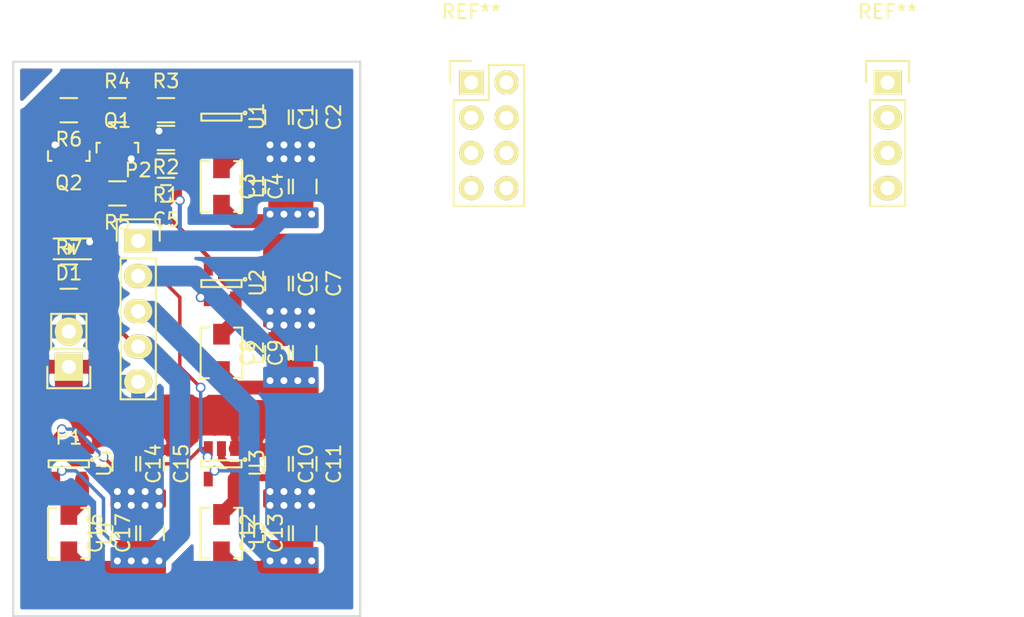
<source format=kicad_pcb>
(kicad_pcb (version 4) (host pcbnew 4.0.2+e4-6225~38~ubuntu16.04.1-stable)

  (general
    (links 0)
    (no_connects 1)
    (area 155.891667 85.924999 188.325002 126.075001)
    (thickness 1.6)
    (drawings 5)
    (tracks 300)
    (zones 0)
    (modules 39)
    (nets 17)
  )

  (page A4)
  (layers
    (0 F.Cu signal)
    (31 B.Cu signal)
    (32 B.Adhes user)
    (33 F.Adhes user)
    (34 B.Paste user)
    (35 F.Paste user)
    (36 B.SilkS user)
    (37 F.SilkS user)
    (38 B.Mask user)
    (39 F.Mask user)
    (40 Dwgs.User user)
    (41 Cmts.User user)
    (42 Eco1.User user)
    (43 Eco2.User user)
    (44 Edge.Cuts user)
    (45 Margin user)
    (46 B.CrtYd user)
    (47 F.CrtYd user)
    (48 B.Fab user)
    (49 F.Fab user)
  )

  (setup
    (last_trace_width 0.25)
    (trace_clearance 0.2)
    (zone_clearance 0.4)
    (zone_45_only yes)
    (trace_min 0.2)
    (segment_width 0.2)
    (edge_width 0.15)
    (via_size 0.7)
    (via_drill 0.5)
    (via_min_size 0.7)
    (via_min_drill 0.5)
    (uvia_size 0.3)
    (uvia_drill 0.1)
    (uvias_allowed no)
    (uvia_min_size 0.2)
    (uvia_min_drill 0.1)
    (pcb_text_width 0.3)
    (pcb_text_size 1.5 1.5)
    (mod_edge_width 0.15)
    (mod_text_size 1 1)
    (mod_text_width 0.15)
    (pad_size 1.524 1.524)
    (pad_drill 0.762)
    (pad_to_mask_clearance 0.05)
    (aux_axis_origin 0 0)
    (visible_elements FFFCFF7F)
    (pcbplotparams
      (layerselection 0x00000_80000001)
      (usegerberextensions false)
      (excludeedgelayer false)
      (linewidth 0.100000)
      (plotframeref false)
      (viasonmask false)
      (mode 1)
      (useauxorigin false)
      (hpglpennumber 1)
      (hpglpenspeed 20)
      (hpglpendiameter 15)
      (hpglpenoverlay 2)
      (psnegative false)
      (psa4output false)
      (plotreference true)
      (plotvalue true)
      (plotinvisibletext false)
      (padsonsilk false)
      (subtractmaskfromsilk false)
      (outputformat 1)
      (mirror false)
      (drillshape 0)
      (scaleselection 1)
      (outputdirectory output/))
  )

  (net 0 "")
  (net 1 /5V0)
  (net 2 GND)
  (net 3 /1V0)
  (net 4 /1V8)
  (net 5 /1V5)
  (net 6 /3V3)
  (net 7 "Net-(D1-Pad2)")
  (net 8 "Net-(L1-Pad1)")
  (net 9 "Net-(L2-Pad1)")
  (net 10 "Net-(L3-Pad1)")
  (net 11 "Net-(L4-Pad1)")
  (net 12 "Net-(Q1-Pad1)")
  (net 13 "Net-(Q1-Pad3)")
  (net 14 "Net-(Q2-Pad1)")
  (net 15 /1V0_ENABLED)
  (net 16 "Net-(C5-Pad2)")

  (net_class Default "This is the default net class."
    (clearance 0.2)
    (trace_width 0.25)
    (via_dia 0.7)
    (via_drill 0.5)
    (uvia_dia 0.3)
    (uvia_drill 0.1)
    (add_net /1V0)
    (add_net /1V0_ENABLED)
    (add_net /1V5)
    (add_net /1V8)
    (add_net /3V3)
    (add_net /5V0)
    (add_net GND)
    (add_net "Net-(C5-Pad2)")
    (add_net "Net-(D1-Pad2)")
    (add_net "Net-(L1-Pad1)")
    (add_net "Net-(L2-Pad1)")
    (add_net "Net-(L3-Pad1)")
    (add_net "Net-(L4-Pad1)")
    (add_net "Net-(Q1-Pad1)")
    (add_net "Net-(Q1-Pad3)")
    (add_net "Net-(Q2-Pad1)")
  )

  (module Capacitors_SMD:C_0805 (layer F.Cu) (tedit 5415D6EA) (tstamp 5749CCD6)
    (at 176 90 270)
    (descr "Capacitor SMD 0805, reflow soldering, AVX (see smccp.pdf)")
    (tags "capacitor 0805")
    (path /574A6F8F)
    (attr smd)
    (fp_text reference C1 (at 0 -2.1 270) (layer F.SilkS)
      (effects (font (size 1 1) (thickness 0.15)))
    )
    (fp_text value 4.7uF (at 0 2.1 270) (layer F.Fab)
      (effects (font (size 1 1) (thickness 0.15)))
    )
    (fp_line (start -1.8 -1) (end 1.8 -1) (layer F.CrtYd) (width 0.05))
    (fp_line (start -1.8 1) (end 1.8 1) (layer F.CrtYd) (width 0.05))
    (fp_line (start -1.8 -1) (end -1.8 1) (layer F.CrtYd) (width 0.05))
    (fp_line (start 1.8 -1) (end 1.8 1) (layer F.CrtYd) (width 0.05))
    (fp_line (start 0.5 -0.85) (end -0.5 -0.85) (layer F.SilkS) (width 0.15))
    (fp_line (start -0.5 0.85) (end 0.5 0.85) (layer F.SilkS) (width 0.15))
    (pad 1 smd rect (at -1 0 270) (size 1 1.25) (layers F.Cu F.Paste F.Mask)
      (net 1 /5V0))
    (pad 2 smd rect (at 1 0 270) (size 1 1.25) (layers F.Cu F.Paste F.Mask)
      (net 2 GND))
    (model Capacitors_SMD.3dshapes/C_0805.wrl
      (at (xyz 0 0 0))
      (scale (xyz 1 1 1))
      (rotate (xyz 0 0 0))
    )
  )

  (module Capacitors_SMD:C_0805 (layer F.Cu) (tedit 5415D6EA) (tstamp 5749CCE2)
    (at 178 90 270)
    (descr "Capacitor SMD 0805, reflow soldering, AVX (see smccp.pdf)")
    (tags "capacitor 0805")
    (path /574A6F04)
    (attr smd)
    (fp_text reference C2 (at 0 -2.1 270) (layer F.SilkS)
      (effects (font (size 1 1) (thickness 0.15)))
    )
    (fp_text value 4.7uF (at 0 2.1 270) (layer F.Fab)
      (effects (font (size 1 1) (thickness 0.15)))
    )
    (fp_line (start -1.8 -1) (end 1.8 -1) (layer F.CrtYd) (width 0.05))
    (fp_line (start -1.8 1) (end 1.8 1) (layer F.CrtYd) (width 0.05))
    (fp_line (start -1.8 -1) (end -1.8 1) (layer F.CrtYd) (width 0.05))
    (fp_line (start 1.8 -1) (end 1.8 1) (layer F.CrtYd) (width 0.05))
    (fp_line (start 0.5 -0.85) (end -0.5 -0.85) (layer F.SilkS) (width 0.15))
    (fp_line (start -0.5 0.85) (end 0.5 0.85) (layer F.SilkS) (width 0.15))
    (pad 1 smd rect (at -1 0 270) (size 1 1.25) (layers F.Cu F.Paste F.Mask)
      (net 1 /5V0))
    (pad 2 smd rect (at 1 0 270) (size 1 1.25) (layers F.Cu F.Paste F.Mask)
      (net 2 GND))
    (model Capacitors_SMD.3dshapes/C_0805.wrl
      (at (xyz 0 0 0))
      (scale (xyz 1 1 1))
      (rotate (xyz 0 0 0))
    )
  )

  (module Capacitors_SMD:C_0805 (layer F.Cu) (tedit 5415D6EA) (tstamp 5749CCEE)
    (at 176 95 90)
    (descr "Capacitor SMD 0805, reflow soldering, AVX (see smccp.pdf)")
    (tags "capacitor 0805")
    (path /57542B10)
    (attr smd)
    (fp_text reference C3 (at 0 -2.1 90) (layer F.SilkS)
      (effects (font (size 1 1) (thickness 0.15)))
    )
    (fp_text value 4.7uF (at 0 2.1 90) (layer F.Fab)
      (effects (font (size 1 1) (thickness 0.15)))
    )
    (fp_line (start -1.8 -1) (end 1.8 -1) (layer F.CrtYd) (width 0.05))
    (fp_line (start -1.8 1) (end 1.8 1) (layer F.CrtYd) (width 0.05))
    (fp_line (start -1.8 -1) (end -1.8 1) (layer F.CrtYd) (width 0.05))
    (fp_line (start 1.8 -1) (end 1.8 1) (layer F.CrtYd) (width 0.05))
    (fp_line (start 0.5 -0.85) (end -0.5 -0.85) (layer F.SilkS) (width 0.15))
    (fp_line (start -0.5 0.85) (end 0.5 0.85) (layer F.SilkS) (width 0.15))
    (pad 1 smd rect (at -1 0 90) (size 1 1.25) (layers F.Cu F.Paste F.Mask)
      (net 3 /1V0))
    (pad 2 smd rect (at 1 0 90) (size 1 1.25) (layers F.Cu F.Paste F.Mask)
      (net 2 GND))
    (model Capacitors_SMD.3dshapes/C_0805.wrl
      (at (xyz 0 0 0))
      (scale (xyz 1 1 1))
      (rotate (xyz 0 0 0))
    )
  )

  (module Capacitors_SMD:C_0805 (layer F.Cu) (tedit 5415D6EA) (tstamp 5749CCFA)
    (at 178 95 90)
    (descr "Capacitor SMD 0805, reflow soldering, AVX (see smccp.pdf)")
    (tags "capacitor 0805")
    (path /57542C10)
    (attr smd)
    (fp_text reference C4 (at 0 -2.1 90) (layer F.SilkS)
      (effects (font (size 1 1) (thickness 0.15)))
    )
    (fp_text value 4.7uF (at 0 2.1 90) (layer F.Fab)
      (effects (font (size 1 1) (thickness 0.15)))
    )
    (fp_line (start -1.8 -1) (end 1.8 -1) (layer F.CrtYd) (width 0.05))
    (fp_line (start -1.8 1) (end 1.8 1) (layer F.CrtYd) (width 0.05))
    (fp_line (start -1.8 -1) (end -1.8 1) (layer F.CrtYd) (width 0.05))
    (fp_line (start 1.8 -1) (end 1.8 1) (layer F.CrtYd) (width 0.05))
    (fp_line (start 0.5 -0.85) (end -0.5 -0.85) (layer F.SilkS) (width 0.15))
    (fp_line (start -0.5 0.85) (end 0.5 0.85) (layer F.SilkS) (width 0.15))
    (pad 1 smd rect (at -1 0 90) (size 1 1.25) (layers F.Cu F.Paste F.Mask)
      (net 3 /1V0))
    (pad 2 smd rect (at 1 0 90) (size 1 1.25) (layers F.Cu F.Paste F.Mask)
      (net 2 GND))
    (model Capacitors_SMD.3dshapes/C_0805.wrl
      (at (xyz 0 0 0))
      (scale (xyz 1 1 1))
      (rotate (xyz 0 0 0))
    )
  )

  (module Capacitors_SMD:C_0805 (layer F.Cu) (tedit 5415D6EA) (tstamp 5749CD06)
    (at 176 102 270)
    (descr "Capacitor SMD 0805, reflow soldering, AVX (see smccp.pdf)")
    (tags "capacitor 0805")
    (path /575436C6)
    (attr smd)
    (fp_text reference C6 (at 0 -2.1 270) (layer F.SilkS)
      (effects (font (size 1 1) (thickness 0.15)))
    )
    (fp_text value 4.7uF (at 0 2.1 270) (layer F.Fab)
      (effects (font (size 1 1) (thickness 0.15)))
    )
    (fp_line (start -1.8 -1) (end 1.8 -1) (layer F.CrtYd) (width 0.05))
    (fp_line (start -1.8 1) (end 1.8 1) (layer F.CrtYd) (width 0.05))
    (fp_line (start -1.8 -1) (end -1.8 1) (layer F.CrtYd) (width 0.05))
    (fp_line (start 1.8 -1) (end 1.8 1) (layer F.CrtYd) (width 0.05))
    (fp_line (start 0.5 -0.85) (end -0.5 -0.85) (layer F.SilkS) (width 0.15))
    (fp_line (start -0.5 0.85) (end 0.5 0.85) (layer F.SilkS) (width 0.15))
    (pad 1 smd rect (at -1 0 270) (size 1 1.25) (layers F.Cu F.Paste F.Mask)
      (net 1 /5V0))
    (pad 2 smd rect (at 1 0 270) (size 1 1.25) (layers F.Cu F.Paste F.Mask)
      (net 2 GND))
    (model Capacitors_SMD.3dshapes/C_0805.wrl
      (at (xyz 0 0 0))
      (scale (xyz 1 1 1))
      (rotate (xyz 0 0 0))
    )
  )

  (module Capacitors_SMD:C_0805 (layer F.Cu) (tedit 5415D6EA) (tstamp 5749CD12)
    (at 178 102 270)
    (descr "Capacitor SMD 0805, reflow soldering, AVX (see smccp.pdf)")
    (tags "capacitor 0805")
    (path /5754377A)
    (attr smd)
    (fp_text reference C7 (at 0 -2.1 270) (layer F.SilkS)
      (effects (font (size 1 1) (thickness 0.15)))
    )
    (fp_text value 4.7uF (at 0 2.1 270) (layer F.Fab)
      (effects (font (size 1 1) (thickness 0.15)))
    )
    (fp_line (start -1.8 -1) (end 1.8 -1) (layer F.CrtYd) (width 0.05))
    (fp_line (start -1.8 1) (end 1.8 1) (layer F.CrtYd) (width 0.05))
    (fp_line (start -1.8 -1) (end -1.8 1) (layer F.CrtYd) (width 0.05))
    (fp_line (start 1.8 -1) (end 1.8 1) (layer F.CrtYd) (width 0.05))
    (fp_line (start 0.5 -0.85) (end -0.5 -0.85) (layer F.SilkS) (width 0.15))
    (fp_line (start -0.5 0.85) (end 0.5 0.85) (layer F.SilkS) (width 0.15))
    (pad 1 smd rect (at -1 0 270) (size 1 1.25) (layers F.Cu F.Paste F.Mask)
      (net 1 /5V0))
    (pad 2 smd rect (at 1 0 270) (size 1 1.25) (layers F.Cu F.Paste F.Mask)
      (net 2 GND))
    (model Capacitors_SMD.3dshapes/C_0805.wrl
      (at (xyz 0 0 0))
      (scale (xyz 1 1 1))
      (rotate (xyz 0 0 0))
    )
  )

  (module Capacitors_SMD:C_0805 (layer F.Cu) (tedit 5415D6EA) (tstamp 5749CD1E)
    (at 176 107 90)
    (descr "Capacitor SMD 0805, reflow soldering, AVX (see smccp.pdf)")
    (tags "capacitor 0805")
    (path /575437FD)
    (attr smd)
    (fp_text reference C8 (at 0 -2.1 90) (layer F.SilkS)
      (effects (font (size 1 1) (thickness 0.15)))
    )
    (fp_text value 4.7uF (at 0 2.1 90) (layer F.Fab)
      (effects (font (size 1 1) (thickness 0.15)))
    )
    (fp_line (start -1.8 -1) (end 1.8 -1) (layer F.CrtYd) (width 0.05))
    (fp_line (start -1.8 1) (end 1.8 1) (layer F.CrtYd) (width 0.05))
    (fp_line (start -1.8 -1) (end -1.8 1) (layer F.CrtYd) (width 0.05))
    (fp_line (start 1.8 -1) (end 1.8 1) (layer F.CrtYd) (width 0.05))
    (fp_line (start 0.5 -0.85) (end -0.5 -0.85) (layer F.SilkS) (width 0.15))
    (fp_line (start -0.5 0.85) (end 0.5 0.85) (layer F.SilkS) (width 0.15))
    (pad 1 smd rect (at -1 0 90) (size 1 1.25) (layers F.Cu F.Paste F.Mask)
      (net 4 /1V8))
    (pad 2 smd rect (at 1 0 90) (size 1 1.25) (layers F.Cu F.Paste F.Mask)
      (net 2 GND))
    (model Capacitors_SMD.3dshapes/C_0805.wrl
      (at (xyz 0 0 0))
      (scale (xyz 1 1 1))
      (rotate (xyz 0 0 0))
    )
  )

  (module Capacitors_SMD:C_0805 (layer F.Cu) (tedit 5415D6EA) (tstamp 5749CD2A)
    (at 178 107 90)
    (descr "Capacitor SMD 0805, reflow soldering, AVX (see smccp.pdf)")
    (tags "capacitor 0805")
    (path /575438A5)
    (attr smd)
    (fp_text reference C9 (at 0 -2.1 90) (layer F.SilkS)
      (effects (font (size 1 1) (thickness 0.15)))
    )
    (fp_text value 4.7uF (at 0 2.1 90) (layer F.Fab)
      (effects (font (size 1 1) (thickness 0.15)))
    )
    (fp_line (start -1.8 -1) (end 1.8 -1) (layer F.CrtYd) (width 0.05))
    (fp_line (start -1.8 1) (end 1.8 1) (layer F.CrtYd) (width 0.05))
    (fp_line (start -1.8 -1) (end -1.8 1) (layer F.CrtYd) (width 0.05))
    (fp_line (start 1.8 -1) (end 1.8 1) (layer F.CrtYd) (width 0.05))
    (fp_line (start 0.5 -0.85) (end -0.5 -0.85) (layer F.SilkS) (width 0.15))
    (fp_line (start -0.5 0.85) (end 0.5 0.85) (layer F.SilkS) (width 0.15))
    (pad 1 smd rect (at -1 0 90) (size 1 1.25) (layers F.Cu F.Paste F.Mask)
      (net 4 /1V8))
    (pad 2 smd rect (at 1 0 90) (size 1 1.25) (layers F.Cu F.Paste F.Mask)
      (net 2 GND))
    (model Capacitors_SMD.3dshapes/C_0805.wrl
      (at (xyz 0 0 0))
      (scale (xyz 1 1 1))
      (rotate (xyz 0 0 0))
    )
  )

  (module Capacitors_SMD:C_0805 (layer F.Cu) (tedit 5415D6EA) (tstamp 5749CD36)
    (at 176 115 270)
    (descr "Capacitor SMD 0805, reflow soldering, AVX (see smccp.pdf)")
    (tags "capacitor 0805")
    (path /575442BF)
    (attr smd)
    (fp_text reference C10 (at 0 -2.1 270) (layer F.SilkS)
      (effects (font (size 1 1) (thickness 0.15)))
    )
    (fp_text value 4.7uF (at 0 2.1 270) (layer F.Fab)
      (effects (font (size 1 1) (thickness 0.15)))
    )
    (fp_line (start -1.8 -1) (end 1.8 -1) (layer F.CrtYd) (width 0.05))
    (fp_line (start -1.8 1) (end 1.8 1) (layer F.CrtYd) (width 0.05))
    (fp_line (start -1.8 -1) (end -1.8 1) (layer F.CrtYd) (width 0.05))
    (fp_line (start 1.8 -1) (end 1.8 1) (layer F.CrtYd) (width 0.05))
    (fp_line (start 0.5 -0.85) (end -0.5 -0.85) (layer F.SilkS) (width 0.15))
    (fp_line (start -0.5 0.85) (end 0.5 0.85) (layer F.SilkS) (width 0.15))
    (pad 1 smd rect (at -1 0 270) (size 1 1.25) (layers F.Cu F.Paste F.Mask)
      (net 1 /5V0))
    (pad 2 smd rect (at 1 0 270) (size 1 1.25) (layers F.Cu F.Paste F.Mask)
      (net 2 GND))
    (model Capacitors_SMD.3dshapes/C_0805.wrl
      (at (xyz 0 0 0))
      (scale (xyz 1 1 1))
      (rotate (xyz 0 0 0))
    )
  )

  (module Capacitors_SMD:C_0805 (layer F.Cu) (tedit 5415D6EA) (tstamp 5749CD42)
    (at 178 115 270)
    (descr "Capacitor SMD 0805, reflow soldering, AVX (see smccp.pdf)")
    (tags "capacitor 0805")
    (path /5754436D)
    (attr smd)
    (fp_text reference C11 (at 0 -2.1 270) (layer F.SilkS)
      (effects (font (size 1 1) (thickness 0.15)))
    )
    (fp_text value 4.7uF (at 0 2.1 270) (layer F.Fab)
      (effects (font (size 1 1) (thickness 0.15)))
    )
    (fp_line (start -1.8 -1) (end 1.8 -1) (layer F.CrtYd) (width 0.05))
    (fp_line (start -1.8 1) (end 1.8 1) (layer F.CrtYd) (width 0.05))
    (fp_line (start -1.8 -1) (end -1.8 1) (layer F.CrtYd) (width 0.05))
    (fp_line (start 1.8 -1) (end 1.8 1) (layer F.CrtYd) (width 0.05))
    (fp_line (start 0.5 -0.85) (end -0.5 -0.85) (layer F.SilkS) (width 0.15))
    (fp_line (start -0.5 0.85) (end 0.5 0.85) (layer F.SilkS) (width 0.15))
    (pad 1 smd rect (at -1 0 270) (size 1 1.25) (layers F.Cu F.Paste F.Mask)
      (net 1 /5V0))
    (pad 2 smd rect (at 1 0 270) (size 1 1.25) (layers F.Cu F.Paste F.Mask)
      (net 2 GND))
    (model Capacitors_SMD.3dshapes/C_0805.wrl
      (at (xyz 0 0 0))
      (scale (xyz 1 1 1))
      (rotate (xyz 0 0 0))
    )
  )

  (module Capacitors_SMD:C_0805 (layer F.Cu) (tedit 5415D6EA) (tstamp 5749CD4E)
    (at 176 120 90)
    (descr "Capacitor SMD 0805, reflow soldering, AVX (see smccp.pdf)")
    (tags "capacitor 0805")
    (path /575443FC)
    (attr smd)
    (fp_text reference C12 (at 0 -2.1 90) (layer F.SilkS)
      (effects (font (size 1 1) (thickness 0.15)))
    )
    (fp_text value 4.7uF (at 0 2.1 90) (layer F.Fab)
      (effects (font (size 1 1) (thickness 0.15)))
    )
    (fp_line (start -1.8 -1) (end 1.8 -1) (layer F.CrtYd) (width 0.05))
    (fp_line (start -1.8 1) (end 1.8 1) (layer F.CrtYd) (width 0.05))
    (fp_line (start -1.8 -1) (end -1.8 1) (layer F.CrtYd) (width 0.05))
    (fp_line (start 1.8 -1) (end 1.8 1) (layer F.CrtYd) (width 0.05))
    (fp_line (start 0.5 -0.85) (end -0.5 -0.85) (layer F.SilkS) (width 0.15))
    (fp_line (start -0.5 0.85) (end 0.5 0.85) (layer F.SilkS) (width 0.15))
    (pad 1 smd rect (at -1 0 90) (size 1 1.25) (layers F.Cu F.Paste F.Mask)
      (net 5 /1V5))
    (pad 2 smd rect (at 1 0 90) (size 1 1.25) (layers F.Cu F.Paste F.Mask)
      (net 2 GND))
    (model Capacitors_SMD.3dshapes/C_0805.wrl
      (at (xyz 0 0 0))
      (scale (xyz 1 1 1))
      (rotate (xyz 0 0 0))
    )
  )

  (module Capacitors_SMD:C_0805 (layer F.Cu) (tedit 5415D6EA) (tstamp 5749CD5A)
    (at 178 120 90)
    (descr "Capacitor SMD 0805, reflow soldering, AVX (see smccp.pdf)")
    (tags "capacitor 0805")
    (path /575444A6)
    (attr smd)
    (fp_text reference C13 (at 0 -2.1 90) (layer F.SilkS)
      (effects (font (size 1 1) (thickness 0.15)))
    )
    (fp_text value 4.7uF (at 0 2.1 90) (layer F.Fab)
      (effects (font (size 1 1) (thickness 0.15)))
    )
    (fp_line (start -1.8 -1) (end 1.8 -1) (layer F.CrtYd) (width 0.05))
    (fp_line (start -1.8 1) (end 1.8 1) (layer F.CrtYd) (width 0.05))
    (fp_line (start -1.8 -1) (end -1.8 1) (layer F.CrtYd) (width 0.05))
    (fp_line (start 1.8 -1) (end 1.8 1) (layer F.CrtYd) (width 0.05))
    (fp_line (start 0.5 -0.85) (end -0.5 -0.85) (layer F.SilkS) (width 0.15))
    (fp_line (start -0.5 0.85) (end 0.5 0.85) (layer F.SilkS) (width 0.15))
    (pad 1 smd rect (at -1 0 90) (size 1 1.25) (layers F.Cu F.Paste F.Mask)
      (net 5 /1V5))
    (pad 2 smd rect (at 1 0 90) (size 1 1.25) (layers F.Cu F.Paste F.Mask)
      (net 2 GND))
    (model Capacitors_SMD.3dshapes/C_0805.wrl
      (at (xyz 0 0 0))
      (scale (xyz 1 1 1))
      (rotate (xyz 0 0 0))
    )
  )

  (module Capacitors_SMD:C_0805 (layer F.Cu) (tedit 5415D6EA) (tstamp 5749CD66)
    (at 165 115 270)
    (descr "Capacitor SMD 0805, reflow soldering, AVX (see smccp.pdf)")
    (tags "capacitor 0805")
    (path /57544DAB)
    (attr smd)
    (fp_text reference C14 (at 0 -2.1 270) (layer F.SilkS)
      (effects (font (size 1 1) (thickness 0.15)))
    )
    (fp_text value 4.7uF (at 0 2.1 270) (layer F.Fab)
      (effects (font (size 1 1) (thickness 0.15)))
    )
    (fp_line (start -1.8 -1) (end 1.8 -1) (layer F.CrtYd) (width 0.05))
    (fp_line (start -1.8 1) (end 1.8 1) (layer F.CrtYd) (width 0.05))
    (fp_line (start -1.8 -1) (end -1.8 1) (layer F.CrtYd) (width 0.05))
    (fp_line (start 1.8 -1) (end 1.8 1) (layer F.CrtYd) (width 0.05))
    (fp_line (start 0.5 -0.85) (end -0.5 -0.85) (layer F.SilkS) (width 0.15))
    (fp_line (start -0.5 0.85) (end 0.5 0.85) (layer F.SilkS) (width 0.15))
    (pad 1 smd rect (at -1 0 270) (size 1 1.25) (layers F.Cu F.Paste F.Mask)
      (net 1 /5V0))
    (pad 2 smd rect (at 1 0 270) (size 1 1.25) (layers F.Cu F.Paste F.Mask)
      (net 2 GND))
    (model Capacitors_SMD.3dshapes/C_0805.wrl
      (at (xyz 0 0 0))
      (scale (xyz 1 1 1))
      (rotate (xyz 0 0 0))
    )
  )

  (module Capacitors_SMD:C_0805 (layer F.Cu) (tedit 5415D6EA) (tstamp 5749CD72)
    (at 167 115 270)
    (descr "Capacitor SMD 0805, reflow soldering, AVX (see smccp.pdf)")
    (tags "capacitor 0805")
    (path /57544ECF)
    (attr smd)
    (fp_text reference C15 (at 0 -2.1 270) (layer F.SilkS)
      (effects (font (size 1 1) (thickness 0.15)))
    )
    (fp_text value 4.7uF (at 0 2.1 270) (layer F.Fab)
      (effects (font (size 1 1) (thickness 0.15)))
    )
    (fp_line (start -1.8 -1) (end 1.8 -1) (layer F.CrtYd) (width 0.05))
    (fp_line (start -1.8 1) (end 1.8 1) (layer F.CrtYd) (width 0.05))
    (fp_line (start -1.8 -1) (end -1.8 1) (layer F.CrtYd) (width 0.05))
    (fp_line (start 1.8 -1) (end 1.8 1) (layer F.CrtYd) (width 0.05))
    (fp_line (start 0.5 -0.85) (end -0.5 -0.85) (layer F.SilkS) (width 0.15))
    (fp_line (start -0.5 0.85) (end 0.5 0.85) (layer F.SilkS) (width 0.15))
    (pad 1 smd rect (at -1 0 270) (size 1 1.25) (layers F.Cu F.Paste F.Mask)
      (net 1 /5V0))
    (pad 2 smd rect (at 1 0 270) (size 1 1.25) (layers F.Cu F.Paste F.Mask)
      (net 2 GND))
    (model Capacitors_SMD.3dshapes/C_0805.wrl
      (at (xyz 0 0 0))
      (scale (xyz 1 1 1))
      (rotate (xyz 0 0 0))
    )
  )

  (module Capacitors_SMD:C_0805 (layer F.Cu) (tedit 5415D6EA) (tstamp 5749CD7E)
    (at 165 120 90)
    (descr "Capacitor SMD 0805, reflow soldering, AVX (see smccp.pdf)")
    (tags "capacitor 0805")
    (path /57544F52)
    (attr smd)
    (fp_text reference C16 (at 0 -2.1 90) (layer F.SilkS)
      (effects (font (size 1 1) (thickness 0.15)))
    )
    (fp_text value 4.7uF (at 0 2.1 90) (layer F.Fab)
      (effects (font (size 1 1) (thickness 0.15)))
    )
    (fp_line (start -1.8 -1) (end 1.8 -1) (layer F.CrtYd) (width 0.05))
    (fp_line (start -1.8 1) (end 1.8 1) (layer F.CrtYd) (width 0.05))
    (fp_line (start -1.8 -1) (end -1.8 1) (layer F.CrtYd) (width 0.05))
    (fp_line (start 1.8 -1) (end 1.8 1) (layer F.CrtYd) (width 0.05))
    (fp_line (start 0.5 -0.85) (end -0.5 -0.85) (layer F.SilkS) (width 0.15))
    (fp_line (start -0.5 0.85) (end 0.5 0.85) (layer F.SilkS) (width 0.15))
    (pad 1 smd rect (at -1 0 90) (size 1 1.25) (layers F.Cu F.Paste F.Mask)
      (net 6 /3V3))
    (pad 2 smd rect (at 1 0 90) (size 1 1.25) (layers F.Cu F.Paste F.Mask)
      (net 2 GND))
    (model Capacitors_SMD.3dshapes/C_0805.wrl
      (at (xyz 0 0 0))
      (scale (xyz 1 1 1))
      (rotate (xyz 0 0 0))
    )
  )

  (module Capacitors_SMD:C_0805 (layer F.Cu) (tedit 5415D6EA) (tstamp 5749CD8A)
    (at 167 120 90)
    (descr "Capacitor SMD 0805, reflow soldering, AVX (see smccp.pdf)")
    (tags "capacitor 0805")
    (path /57544FFA)
    (attr smd)
    (fp_text reference C17 (at 0 -2.1 90) (layer F.SilkS)
      (effects (font (size 1 1) (thickness 0.15)))
    )
    (fp_text value 4.7uF (at 0 2.1 90) (layer F.Fab)
      (effects (font (size 1 1) (thickness 0.15)))
    )
    (fp_line (start -1.8 -1) (end 1.8 -1) (layer F.CrtYd) (width 0.05))
    (fp_line (start -1.8 1) (end 1.8 1) (layer F.CrtYd) (width 0.05))
    (fp_line (start -1.8 -1) (end -1.8 1) (layer F.CrtYd) (width 0.05))
    (fp_line (start 1.8 -1) (end 1.8 1) (layer F.CrtYd) (width 0.05))
    (fp_line (start 0.5 -0.85) (end -0.5 -0.85) (layer F.SilkS) (width 0.15))
    (fp_line (start -0.5 0.85) (end 0.5 0.85) (layer F.SilkS) (width 0.15))
    (pad 1 smd rect (at -1 0 90) (size 1 1.25) (layers F.Cu F.Paste F.Mask)
      (net 6 /3V3))
    (pad 2 smd rect (at 1 0 90) (size 1 1.25) (layers F.Cu F.Paste F.Mask)
      (net 2 GND))
    (model Capacitors_SMD.3dshapes/C_0805.wrl
      (at (xyz 0 0 0))
      (scale (xyz 1 1 1))
      (rotate (xyz 0 0 0))
    )
  )

  (module LEDs:LED_0805 (layer F.Cu) (tedit 55BDE1C2) (tstamp 5749CD9D)
    (at 161 99.5 180)
    (descr "LED 0805 smd package")
    (tags "LED 0805 SMD")
    (path /5755C171)
    (attr smd)
    (fp_text reference D1 (at 0 -1.75 180) (layer F.SilkS)
      (effects (font (size 1 1) (thickness 0.15)))
    )
    (fp_text value LED (at 0 1.75 180) (layer F.Fab)
      (effects (font (size 1 1) (thickness 0.15)))
    )
    (fp_line (start -1.6 0.75) (end 1.1 0.75) (layer F.SilkS) (width 0.15))
    (fp_line (start -1.6 -0.75) (end 1.1 -0.75) (layer F.SilkS) (width 0.15))
    (fp_line (start -0.1 0.15) (end -0.1 -0.1) (layer F.SilkS) (width 0.15))
    (fp_line (start -0.1 -0.1) (end -0.25 0.05) (layer F.SilkS) (width 0.15))
    (fp_line (start -0.35 -0.35) (end -0.35 0.35) (layer F.SilkS) (width 0.15))
    (fp_line (start 0 0) (end 0.35 0) (layer F.SilkS) (width 0.15))
    (fp_line (start -0.35 0) (end 0 -0.35) (layer F.SilkS) (width 0.15))
    (fp_line (start 0 -0.35) (end 0 0.35) (layer F.SilkS) (width 0.15))
    (fp_line (start 0 0.35) (end -0.35 0) (layer F.SilkS) (width 0.15))
    (fp_line (start 1.9 -0.95) (end 1.9 0.95) (layer F.CrtYd) (width 0.05))
    (fp_line (start 1.9 0.95) (end -1.9 0.95) (layer F.CrtYd) (width 0.05))
    (fp_line (start -1.9 0.95) (end -1.9 -0.95) (layer F.CrtYd) (width 0.05))
    (fp_line (start -1.9 -0.95) (end 1.9 -0.95) (layer F.CrtYd) (width 0.05))
    (pad 2 smd rect (at 1.04902 0) (size 1.19888 1.19888) (layers F.Cu F.Paste F.Mask)
      (net 7 "Net-(D1-Pad2)"))
    (pad 1 smd rect (at -1.04902 0) (size 1.19888 1.19888) (layers F.Cu F.Paste F.Mask)
      (net 2 GND))
    (model LEDs.3dshapes/LED_0805.wrl
      (at (xyz 0 0 0))
      (scale (xyz 1 1 1))
      (rotate (xyz 0 0 0))
    )
  )

  (module digitizer2_modules:IHLP-1212BZ-11 (layer F.Cu) (tedit 56EC0A1B) (tstamp 5749CDBC)
    (at 172 95 270)
    (path /57497227)
    (fp_text reference L1 (at 0 -2.54 270) (layer F.SilkS)
      (effects (font (size 1 1) (thickness 0.15)))
    )
    (fp_text value 2.2uH (at 0 2.54 270) (layer F.Fab)
      (effects (font (size 1 1) (thickness 0.15)))
    )
    (fp_line (start 1.825 1.5) (end 1.825 0.9) (layer F.SilkS) (width 0.15))
    (fp_line (start -1.825 1.5) (end -1.825 0.9) (layer F.SilkS) (width 0.15))
    (fp_line (start -1.825 -1.5) (end -1.825 -0.9) (layer F.SilkS) (width 0.15))
    (fp_line (start 1.825 -1.5) (end 1.825 -0.9) (layer F.SilkS) (width 0.15))
    (fp_line (start -1.825 1.5) (end 1.825 1.5) (layer F.SilkS) (width 0.15))
    (fp_line (start -1.825 -1.5) (end 1.825 -1.5) (layer F.SilkS) (width 0.15))
    (pad 1 smd rect (at -1.35 0 270) (size 1.5 1.2) (layers F.Cu F.Paste F.Mask)
      (net 8 "Net-(L1-Pad1)"))
    (pad 2 smd rect (at 1.35 0 270) (size 1.5 1.2) (layers F.Cu F.Paste F.Mask)
      (net 3 /1V0))
  )

  (module digitizer2_modules:IHLP-1212BZ-11 (layer F.Cu) (tedit 56EC0A1B) (tstamp 5749CDC8)
    (at 172 107 270)
    (path /574A9C6C)
    (fp_text reference L2 (at 0 -2.54 270) (layer F.SilkS)
      (effects (font (size 1 1) (thickness 0.15)))
    )
    (fp_text value 2.2uH (at 0 2.54 270) (layer F.Fab)
      (effects (font (size 1 1) (thickness 0.15)))
    )
    (fp_line (start 1.825 1.5) (end 1.825 0.9) (layer F.SilkS) (width 0.15))
    (fp_line (start -1.825 1.5) (end -1.825 0.9) (layer F.SilkS) (width 0.15))
    (fp_line (start -1.825 -1.5) (end -1.825 -0.9) (layer F.SilkS) (width 0.15))
    (fp_line (start 1.825 -1.5) (end 1.825 -0.9) (layer F.SilkS) (width 0.15))
    (fp_line (start -1.825 1.5) (end 1.825 1.5) (layer F.SilkS) (width 0.15))
    (fp_line (start -1.825 -1.5) (end 1.825 -1.5) (layer F.SilkS) (width 0.15))
    (pad 1 smd rect (at -1.35 0 270) (size 1.5 1.2) (layers F.Cu F.Paste F.Mask)
      (net 9 "Net-(L2-Pad1)"))
    (pad 2 smd rect (at 1.35 0 270) (size 1.5 1.2) (layers F.Cu F.Paste F.Mask)
      (net 4 /1V8))
  )

  (module digitizer2_modules:IHLP-1212BZ-11 (layer F.Cu) (tedit 56EC0A1B) (tstamp 5749CDD4)
    (at 172 120 270)
    (path /574AC1DF)
    (fp_text reference L3 (at 0 -2.54 270) (layer F.SilkS)
      (effects (font (size 1 1) (thickness 0.15)))
    )
    (fp_text value 2.2uH (at 0 2.54 270) (layer F.Fab)
      (effects (font (size 1 1) (thickness 0.15)))
    )
    (fp_line (start 1.825 1.5) (end 1.825 0.9) (layer F.SilkS) (width 0.15))
    (fp_line (start -1.825 1.5) (end -1.825 0.9) (layer F.SilkS) (width 0.15))
    (fp_line (start -1.825 -1.5) (end -1.825 -0.9) (layer F.SilkS) (width 0.15))
    (fp_line (start 1.825 -1.5) (end 1.825 -0.9) (layer F.SilkS) (width 0.15))
    (fp_line (start -1.825 1.5) (end 1.825 1.5) (layer F.SilkS) (width 0.15))
    (fp_line (start -1.825 -1.5) (end 1.825 -1.5) (layer F.SilkS) (width 0.15))
    (pad 1 smd rect (at -1.35 0 270) (size 1.5 1.2) (layers F.Cu F.Paste F.Mask)
      (net 10 "Net-(L3-Pad1)"))
    (pad 2 smd rect (at 1.35 0 270) (size 1.5 1.2) (layers F.Cu F.Paste F.Mask)
      (net 5 /1V5))
  )

  (module digitizer2_modules:IHLP-1212BZ-11 (layer F.Cu) (tedit 56EC0A1B) (tstamp 5749CDE0)
    (at 161 120 270)
    (path /574AC27D)
    (fp_text reference L4 (at 0 -2.54 270) (layer F.SilkS)
      (effects (font (size 1 1) (thickness 0.15)))
    )
    (fp_text value 2.2uH (at 0 2.54 270) (layer F.Fab)
      (effects (font (size 1 1) (thickness 0.15)))
    )
    (fp_line (start 1.825 1.5) (end 1.825 0.9) (layer F.SilkS) (width 0.15))
    (fp_line (start -1.825 1.5) (end -1.825 0.9) (layer F.SilkS) (width 0.15))
    (fp_line (start -1.825 -1.5) (end -1.825 -0.9) (layer F.SilkS) (width 0.15))
    (fp_line (start 1.825 -1.5) (end 1.825 -0.9) (layer F.SilkS) (width 0.15))
    (fp_line (start -1.825 1.5) (end 1.825 1.5) (layer F.SilkS) (width 0.15))
    (fp_line (start -1.825 -1.5) (end 1.825 -1.5) (layer F.SilkS) (width 0.15))
    (pad 1 smd rect (at -1.35 0 270) (size 1.5 1.2) (layers F.Cu F.Paste F.Mask)
      (net 11 "Net-(L4-Pad1)"))
    (pad 2 smd rect (at 1.35 0 270) (size 1.5 1.2) (layers F.Cu F.Paste F.Mask)
      (net 6 /3V3))
  )

  (module Pin_Headers:Pin_Header_Straight_1x02 (layer F.Cu) (tedit 54EA090C) (tstamp 5749CDF1)
    (at 161 108 180)
    (descr "Through hole pin header")
    (tags "pin header")
    (path /574ECBBD)
    (fp_text reference P1 (at 0 -5.1 180) (layer F.SilkS)
      (effects (font (size 1 1) (thickness 0.15)))
    )
    (fp_text value CONN_01X02 (at 0 -3.1 180) (layer F.Fab)
      (effects (font (size 1 1) (thickness 0.15)))
    )
    (fp_line (start 1.27 1.27) (end 1.27 3.81) (layer F.SilkS) (width 0.15))
    (fp_line (start 1.55 -1.55) (end 1.55 0) (layer F.SilkS) (width 0.15))
    (fp_line (start -1.75 -1.75) (end -1.75 4.3) (layer F.CrtYd) (width 0.05))
    (fp_line (start 1.75 -1.75) (end 1.75 4.3) (layer F.CrtYd) (width 0.05))
    (fp_line (start -1.75 -1.75) (end 1.75 -1.75) (layer F.CrtYd) (width 0.05))
    (fp_line (start -1.75 4.3) (end 1.75 4.3) (layer F.CrtYd) (width 0.05))
    (fp_line (start 1.27 1.27) (end -1.27 1.27) (layer F.SilkS) (width 0.15))
    (fp_line (start -1.55 0) (end -1.55 -1.55) (layer F.SilkS) (width 0.15))
    (fp_line (start -1.55 -1.55) (end 1.55 -1.55) (layer F.SilkS) (width 0.15))
    (fp_line (start -1.27 1.27) (end -1.27 3.81) (layer F.SilkS) (width 0.15))
    (fp_line (start -1.27 3.81) (end 1.27 3.81) (layer F.SilkS) (width 0.15))
    (pad 1 thru_hole rect (at 0 0 180) (size 2.032 2.032) (drill 1.016) (layers *.Cu *.Mask F.SilkS)
      (net 1 /5V0))
    (pad 2 thru_hole oval (at 0 2.54 180) (size 2.032 2.032) (drill 1.016) (layers *.Cu *.Mask F.SilkS)
      (net 2 GND))
    (model Pin_Headers.3dshapes/Pin_Header_Straight_1x02.wrl
      (at (xyz 0 -0.05 0))
      (scale (xyz 1 1 1))
      (rotate (xyz 0 0 90))
    )
  )

  (module Pin_Headers:Pin_Header_Straight_1x05 (layer F.Cu) (tedit 54EA0684) (tstamp 5749CE05)
    (at 166 98.92)
    (descr "Through hole pin header")
    (tags "pin header")
    (path /574F9169)
    (fp_text reference P2 (at 0 -5.1) (layer F.SilkS)
      (effects (font (size 1 1) (thickness 0.15)))
    )
    (fp_text value CONN_01X05 (at 0 -3.1) (layer F.Fab)
      (effects (font (size 1 1) (thickness 0.15)))
    )
    (fp_line (start -1.55 0) (end -1.55 -1.55) (layer F.SilkS) (width 0.15))
    (fp_line (start -1.55 -1.55) (end 1.55 -1.55) (layer F.SilkS) (width 0.15))
    (fp_line (start 1.55 -1.55) (end 1.55 0) (layer F.SilkS) (width 0.15))
    (fp_line (start -1.75 -1.75) (end -1.75 11.95) (layer F.CrtYd) (width 0.05))
    (fp_line (start 1.75 -1.75) (end 1.75 11.95) (layer F.CrtYd) (width 0.05))
    (fp_line (start -1.75 -1.75) (end 1.75 -1.75) (layer F.CrtYd) (width 0.05))
    (fp_line (start -1.75 11.95) (end 1.75 11.95) (layer F.CrtYd) (width 0.05))
    (fp_line (start 1.27 1.27) (end 1.27 11.43) (layer F.SilkS) (width 0.15))
    (fp_line (start 1.27 11.43) (end -1.27 11.43) (layer F.SilkS) (width 0.15))
    (fp_line (start -1.27 11.43) (end -1.27 1.27) (layer F.SilkS) (width 0.15))
    (fp_line (start 1.27 1.27) (end -1.27 1.27) (layer F.SilkS) (width 0.15))
    (pad 1 thru_hole rect (at 0 0) (size 2.032 1.7272) (drill 1.016) (layers *.Cu *.Mask F.SilkS)
      (net 3 /1V0))
    (pad 2 thru_hole oval (at 0 2.54) (size 2.032 1.7272) (drill 1.016) (layers *.Cu *.Mask F.SilkS)
      (net 4 /1V8))
    (pad 3 thru_hole oval (at 0 5.08) (size 2.032 1.7272) (drill 1.016) (layers *.Cu *.Mask F.SilkS)
      (net 5 /1V5))
    (pad 4 thru_hole oval (at 0 7.62) (size 2.032 1.7272) (drill 1.016) (layers *.Cu *.Mask F.SilkS)
      (net 6 /3V3))
    (pad 5 thru_hole oval (at 0 10.16) (size 2.032 1.7272) (drill 1.016) (layers *.Cu *.Mask F.SilkS)
      (net 2 GND))
    (model Pin_Headers.3dshapes/Pin_Header_Straight_1x05.wrl
      (at (xyz 0 -0.2 0))
      (scale (xyz 1 1 1))
      (rotate (xyz 0 0 90))
    )
  )

  (module TO_SOT_Packages_SMD:SOT-23 (layer F.Cu) (tedit 553634F8) (tstamp 5749CE15)
    (at 164.5 92.5)
    (descr "SOT-23, Standard")
    (tags SOT-23)
    (path /574C3FD7)
    (attr smd)
    (fp_text reference Q1 (at 0 -2.25) (layer F.SilkS)
      (effects (font (size 1 1) (thickness 0.15)))
    )
    (fp_text value Q_NPN_BEC (at 0 2.3) (layer F.Fab)
      (effects (font (size 1 1) (thickness 0.15)))
    )
    (fp_line (start -1.65 -1.6) (end 1.65 -1.6) (layer F.CrtYd) (width 0.05))
    (fp_line (start 1.65 -1.6) (end 1.65 1.6) (layer F.CrtYd) (width 0.05))
    (fp_line (start 1.65 1.6) (end -1.65 1.6) (layer F.CrtYd) (width 0.05))
    (fp_line (start -1.65 1.6) (end -1.65 -1.6) (layer F.CrtYd) (width 0.05))
    (fp_line (start 1.29916 -0.65024) (end 1.2509 -0.65024) (layer F.SilkS) (width 0.15))
    (fp_line (start -1.49982 0.0508) (end -1.49982 -0.65024) (layer F.SilkS) (width 0.15))
    (fp_line (start -1.49982 -0.65024) (end -1.2509 -0.65024) (layer F.SilkS) (width 0.15))
    (fp_line (start 1.29916 -0.65024) (end 1.49982 -0.65024) (layer F.SilkS) (width 0.15))
    (fp_line (start 1.49982 -0.65024) (end 1.49982 0.0508) (layer F.SilkS) (width 0.15))
    (pad 1 smd rect (at -0.95 1.00076) (size 0.8001 0.8001) (layers F.Cu F.Paste F.Mask)
      (net 12 "Net-(Q1-Pad1)"))
    (pad 2 smd rect (at 0.95 1.00076) (size 0.8001 0.8001) (layers F.Cu F.Paste F.Mask)
      (net 2 GND))
    (pad 3 smd rect (at 0 -0.99822) (size 0.8001 0.8001) (layers F.Cu F.Paste F.Mask)
      (net 13 "Net-(Q1-Pad3)"))
    (model TO_SOT_Packages_SMD.3dshapes/SOT-23.wrl
      (at (xyz 0 0 0))
      (scale (xyz 1 1 1))
      (rotate (xyz 0 0 0))
    )
  )

  (module TO_SOT_Packages_SMD:SOT-23 (layer F.Cu) (tedit 553634F8) (tstamp 5749CE25)
    (at 161 92.5 180)
    (descr "SOT-23, Standard")
    (tags SOT-23)
    (path /574C41B5)
    (attr smd)
    (fp_text reference Q2 (at 0 -2.25 180) (layer F.SilkS)
      (effects (font (size 1 1) (thickness 0.15)))
    )
    (fp_text value Q_NPN_BEC (at 0 2.3 180) (layer F.Fab)
      (effects (font (size 1 1) (thickness 0.15)))
    )
    (fp_line (start -1.65 -1.6) (end 1.65 -1.6) (layer F.CrtYd) (width 0.05))
    (fp_line (start 1.65 -1.6) (end 1.65 1.6) (layer F.CrtYd) (width 0.05))
    (fp_line (start 1.65 1.6) (end -1.65 1.6) (layer F.CrtYd) (width 0.05))
    (fp_line (start -1.65 1.6) (end -1.65 -1.6) (layer F.CrtYd) (width 0.05))
    (fp_line (start 1.29916 -0.65024) (end 1.2509 -0.65024) (layer F.SilkS) (width 0.15))
    (fp_line (start -1.49982 0.0508) (end -1.49982 -0.65024) (layer F.SilkS) (width 0.15))
    (fp_line (start -1.49982 -0.65024) (end -1.2509 -0.65024) (layer F.SilkS) (width 0.15))
    (fp_line (start 1.29916 -0.65024) (end 1.49982 -0.65024) (layer F.SilkS) (width 0.15))
    (fp_line (start 1.49982 -0.65024) (end 1.49982 0.0508) (layer F.SilkS) (width 0.15))
    (pad 1 smd rect (at -0.95 1.00076 180) (size 0.8001 0.8001) (layers F.Cu F.Paste F.Mask)
      (net 14 "Net-(Q2-Pad1)"))
    (pad 2 smd rect (at 0.95 1.00076 180) (size 0.8001 0.8001) (layers F.Cu F.Paste F.Mask)
      (net 2 GND))
    (pad 3 smd rect (at 0 -0.99822 180) (size 0.8001 0.8001) (layers F.Cu F.Paste F.Mask)
      (net 15 /1V0_ENABLED))
    (model TO_SOT_Packages_SMD.3dshapes/SOT-23.wrl
      (at (xyz 0 0 0))
      (scale (xyz 1 1 1))
      (rotate (xyz 0 0 0))
    )
  )

  (module Resistors_SMD:R_0805 (layer F.Cu) (tedit 5415CDEB) (tstamp 5749CE31)
    (at 168 93.5 180)
    (descr "Resistor SMD 0805, reflow soldering, Vishay (see dcrcw.pdf)")
    (tags "resistor 0805")
    (path /57496CDE)
    (attr smd)
    (fp_text reference R1 (at 0 -2.1 180) (layer F.SilkS)
      (effects (font (size 1 1) (thickness 0.15)))
    )
    (fp_text value 200k (at 0 2.1 180) (layer F.Fab)
      (effects (font (size 1 1) (thickness 0.15)))
    )
    (fp_line (start -1.6 -1) (end 1.6 -1) (layer F.CrtYd) (width 0.05))
    (fp_line (start -1.6 1) (end 1.6 1) (layer F.CrtYd) (width 0.05))
    (fp_line (start -1.6 -1) (end -1.6 1) (layer F.CrtYd) (width 0.05))
    (fp_line (start 1.6 -1) (end 1.6 1) (layer F.CrtYd) (width 0.05))
    (fp_line (start 0.6 0.875) (end -0.6 0.875) (layer F.SilkS) (width 0.15))
    (fp_line (start -0.6 -0.875) (end 0.6 -0.875) (layer F.SilkS) (width 0.15))
    (pad 1 smd rect (at -0.95 0 180) (size 0.7 1.3) (layers F.Cu F.Paste F.Mask)
      (net 3 /1V0))
    (pad 2 smd rect (at 0.95 0 180) (size 0.7 1.3) (layers F.Cu F.Paste F.Mask)
      (net 16 "Net-(C5-Pad2)"))
    (model Resistors_SMD.3dshapes/R_0805.wrl
      (at (xyz 0 0 0))
      (scale (xyz 1 1 1))
      (rotate (xyz 0 0 0))
    )
  )

  (module Resistors_SMD:R_0805 (layer F.Cu) (tedit 5415CDEB) (tstamp 5749CE3D)
    (at 168 91.5 180)
    (descr "Resistor SMD 0805, reflow soldering, Vishay (see dcrcw.pdf)")
    (tags "resistor 0805")
    (path /57496D1A)
    (attr smd)
    (fp_text reference R2 (at 0 -2.1 180) (layer F.SilkS)
      (effects (font (size 1 1) (thickness 0.15)))
    )
    (fp_text value 200k (at 0 2.1 180) (layer F.Fab)
      (effects (font (size 1 1) (thickness 0.15)))
    )
    (fp_line (start -1.6 -1) (end 1.6 -1) (layer F.CrtYd) (width 0.05))
    (fp_line (start -1.6 1) (end 1.6 1) (layer F.CrtYd) (width 0.05))
    (fp_line (start -1.6 -1) (end -1.6 1) (layer F.CrtYd) (width 0.05))
    (fp_line (start 1.6 -1) (end 1.6 1) (layer F.CrtYd) (width 0.05))
    (fp_line (start 0.6 0.875) (end -0.6 0.875) (layer F.SilkS) (width 0.15))
    (fp_line (start -0.6 -0.875) (end 0.6 -0.875) (layer F.SilkS) (width 0.15))
    (pad 1 smd rect (at -0.95 0 180) (size 0.7 1.3) (layers F.Cu F.Paste F.Mask)
      (net 16 "Net-(C5-Pad2)"))
    (pad 2 smd rect (at 0.95 0 180) (size 0.7 1.3) (layers F.Cu F.Paste F.Mask)
      (net 2 GND))
    (model Resistors_SMD.3dshapes/R_0805.wrl
      (at (xyz 0 0 0))
      (scale (xyz 1 1 1))
      (rotate (xyz 0 0 0))
    )
  )

  (module Resistors_SMD:R_0805 (layer F.Cu) (tedit 5415CDEB) (tstamp 5749CE49)
    (at 168 89.5)
    (descr "Resistor SMD 0805, reflow soldering, Vishay (see dcrcw.pdf)")
    (tags "resistor 0805")
    (path /574C5830)
    (attr smd)
    (fp_text reference R3 (at 0 -2.1) (layer F.SilkS)
      (effects (font (size 1 1) (thickness 0.15)))
    )
    (fp_text value 10k (at 0 2.1) (layer F.Fab)
      (effects (font (size 1 1) (thickness 0.15)))
    )
    (fp_line (start -1.6 -1) (end 1.6 -1) (layer F.CrtYd) (width 0.05))
    (fp_line (start -1.6 1) (end 1.6 1) (layer F.CrtYd) (width 0.05))
    (fp_line (start -1.6 -1) (end -1.6 1) (layer F.CrtYd) (width 0.05))
    (fp_line (start 1.6 -1) (end 1.6 1) (layer F.CrtYd) (width 0.05))
    (fp_line (start 0.6 0.875) (end -0.6 0.875) (layer F.SilkS) (width 0.15))
    (fp_line (start -0.6 -0.875) (end 0.6 -0.875) (layer F.SilkS) (width 0.15))
    (pad 1 smd rect (at -0.95 0) (size 0.7 1.3) (layers F.Cu F.Paste F.Mask)
      (net 13 "Net-(Q1-Pad3)"))
    (pad 2 smd rect (at 0.95 0) (size 0.7 1.3) (layers F.Cu F.Paste F.Mask)
      (net 1 /5V0))
    (model Resistors_SMD.3dshapes/R_0805.wrl
      (at (xyz 0 0 0))
      (scale (xyz 1 1 1))
      (rotate (xyz 0 0 0))
    )
  )

  (module Resistors_SMD:R_0805 (layer F.Cu) (tedit 5415CDEB) (tstamp 5749CE55)
    (at 164.5 89.5)
    (descr "Resistor SMD 0805, reflow soldering, Vishay (see dcrcw.pdf)")
    (tags "resistor 0805")
    (path /575226D9)
    (attr smd)
    (fp_text reference R4 (at 0 -2.1) (layer F.SilkS)
      (effects (font (size 1 1) (thickness 0.15)))
    )
    (fp_text value 10k (at 0 2.1) (layer F.Fab)
      (effects (font (size 1 1) (thickness 0.15)))
    )
    (fp_line (start -1.6 -1) (end 1.6 -1) (layer F.CrtYd) (width 0.05))
    (fp_line (start -1.6 1) (end 1.6 1) (layer F.CrtYd) (width 0.05))
    (fp_line (start -1.6 -1) (end -1.6 1) (layer F.CrtYd) (width 0.05))
    (fp_line (start 1.6 -1) (end 1.6 1) (layer F.CrtYd) (width 0.05))
    (fp_line (start 0.6 0.875) (end -0.6 0.875) (layer F.SilkS) (width 0.15))
    (fp_line (start -0.6 -0.875) (end 0.6 -0.875) (layer F.SilkS) (width 0.15))
    (pad 1 smd rect (at -0.95 0) (size 0.7 1.3) (layers F.Cu F.Paste F.Mask)
      (net 15 /1V0_ENABLED))
    (pad 2 smd rect (at 0.95 0) (size 0.7 1.3) (layers F.Cu F.Paste F.Mask)
      (net 1 /5V0))
    (model Resistors_SMD.3dshapes/R_0805.wrl
      (at (xyz 0 0 0))
      (scale (xyz 1 1 1))
      (rotate (xyz 0 0 0))
    )
  )

  (module Resistors_SMD:R_0805 (layer F.Cu) (tedit 5415CDEB) (tstamp 5749CE61)
    (at 164.5 95.5 180)
    (descr "Resistor SMD 0805, reflow soldering, Vishay (see dcrcw.pdf)")
    (tags "resistor 0805")
    (path /574C4AC6)
    (attr smd)
    (fp_text reference R5 (at 0 -2.1 180) (layer F.SilkS)
      (effects (font (size 1 1) (thickness 0.15)))
    )
    (fp_text value 1k (at 0 2.1 180) (layer F.Fab)
      (effects (font (size 1 1) (thickness 0.15)))
    )
    (fp_line (start -1.6 -1) (end 1.6 -1) (layer F.CrtYd) (width 0.05))
    (fp_line (start -1.6 1) (end 1.6 1) (layer F.CrtYd) (width 0.05))
    (fp_line (start -1.6 -1) (end -1.6 1) (layer F.CrtYd) (width 0.05))
    (fp_line (start 1.6 -1) (end 1.6 1) (layer F.CrtYd) (width 0.05))
    (fp_line (start 0.6 0.875) (end -0.6 0.875) (layer F.SilkS) (width 0.15))
    (fp_line (start -0.6 -0.875) (end 0.6 -0.875) (layer F.SilkS) (width 0.15))
    (pad 1 smd rect (at -0.95 0 180) (size 0.7 1.3) (layers F.Cu F.Paste F.Mask)
      (net 3 /1V0))
    (pad 2 smd rect (at 0.95 0 180) (size 0.7 1.3) (layers F.Cu F.Paste F.Mask)
      (net 12 "Net-(Q1-Pad1)"))
    (model Resistors_SMD.3dshapes/R_0805.wrl
      (at (xyz 0 0 0))
      (scale (xyz 1 1 1))
      (rotate (xyz 0 0 0))
    )
  )

  (module Resistors_SMD:R_0805 (layer F.Cu) (tedit 5415CDEB) (tstamp 5749CE6D)
    (at 161 89.5 180)
    (descr "Resistor SMD 0805, reflow soldering, Vishay (see dcrcw.pdf)")
    (tags "resistor 0805")
    (path /574C4640)
    (attr smd)
    (fp_text reference R6 (at 0 -2.1 180) (layer F.SilkS)
      (effects (font (size 1 1) (thickness 0.15)))
    )
    (fp_text value 1k (at 0 2.1 180) (layer F.Fab)
      (effects (font (size 1 1) (thickness 0.15)))
    )
    (fp_line (start -1.6 -1) (end 1.6 -1) (layer F.CrtYd) (width 0.05))
    (fp_line (start -1.6 1) (end 1.6 1) (layer F.CrtYd) (width 0.05))
    (fp_line (start -1.6 -1) (end -1.6 1) (layer F.CrtYd) (width 0.05))
    (fp_line (start 1.6 -1) (end 1.6 1) (layer F.CrtYd) (width 0.05))
    (fp_line (start 0.6 0.875) (end -0.6 0.875) (layer F.SilkS) (width 0.15))
    (fp_line (start -0.6 -0.875) (end 0.6 -0.875) (layer F.SilkS) (width 0.15))
    (pad 1 smd rect (at -0.95 0 180) (size 0.7 1.3) (layers F.Cu F.Paste F.Mask)
      (net 13 "Net-(Q1-Pad3)"))
    (pad 2 smd rect (at 0.95 0 180) (size 0.7 1.3) (layers F.Cu F.Paste F.Mask)
      (net 14 "Net-(Q2-Pad1)"))
    (model Resistors_SMD.3dshapes/R_0805.wrl
      (at (xyz 0 0 0))
      (scale (xyz 1 1 1))
      (rotate (xyz 0 0 0))
    )
  )

  (module Resistors_SMD:R_0805 (layer F.Cu) (tedit 5415CDEB) (tstamp 5749CE79)
    (at 161 101.5)
    (descr "Resistor SMD 0805, reflow soldering, Vishay (see dcrcw.pdf)")
    (tags "resistor 0805")
    (path /5755C016)
    (attr smd)
    (fp_text reference R7 (at 0 -2.1) (layer F.SilkS)
      (effects (font (size 1 1) (thickness 0.15)))
    )
    (fp_text value 600 (at 0 2.1) (layer F.Fab)
      (effects (font (size 1 1) (thickness 0.15)))
    )
    (fp_line (start -1.6 -1) (end 1.6 -1) (layer F.CrtYd) (width 0.05))
    (fp_line (start -1.6 1) (end 1.6 1) (layer F.CrtYd) (width 0.05))
    (fp_line (start -1.6 -1) (end -1.6 1) (layer F.CrtYd) (width 0.05))
    (fp_line (start 1.6 -1) (end 1.6 1) (layer F.CrtYd) (width 0.05))
    (fp_line (start 0.6 0.875) (end -0.6 0.875) (layer F.SilkS) (width 0.15))
    (fp_line (start -0.6 -0.875) (end 0.6 -0.875) (layer F.SilkS) (width 0.15))
    (pad 1 smd rect (at -0.95 0) (size 0.7 1.3) (layers F.Cu F.Paste F.Mask)
      (net 7 "Net-(D1-Pad2)"))
    (pad 2 smd rect (at 0.95 0) (size 0.7 1.3) (layers F.Cu F.Paste F.Mask)
      (net 6 /3V3))
    (model Resistors_SMD.3dshapes/R_0805.wrl
      (at (xyz 0 0 0))
      (scale (xyz 1 1 1))
      (rotate (xyz 0 0 0))
    )
  )

  (module TO_SOT_Packages_SMD:SOT-23-5 (layer F.Cu) (tedit 55360473) (tstamp 5749CE97)
    (at 172 102 270)
    (descr "5-pin SOT23 package")
    (tags SOT-23-5)
    (path /5749652B)
    (attr smd)
    (fp_text reference U2 (at -0.05 -2.55 270) (layer F.SilkS)
      (effects (font (size 1 1) (thickness 0.15)))
    )
    (fp_text value LM3671MF-1.8 (at -0.05 2.35 270) (layer F.Fab)
      (effects (font (size 1 1) (thickness 0.15)))
    )
    (fp_line (start -1.8 -1.6) (end 1.8 -1.6) (layer F.CrtYd) (width 0.05))
    (fp_line (start 1.8 -1.6) (end 1.8 1.6) (layer F.CrtYd) (width 0.05))
    (fp_line (start 1.8 1.6) (end -1.8 1.6) (layer F.CrtYd) (width 0.05))
    (fp_line (start -1.8 1.6) (end -1.8 -1.6) (layer F.CrtYd) (width 0.05))
    (fp_circle (center -0.3 -1.7) (end -0.2 -1.7) (layer F.SilkS) (width 0.15))
    (fp_line (start 0.25 -1.45) (end -0.25 -1.45) (layer F.SilkS) (width 0.15))
    (fp_line (start 0.25 1.45) (end 0.25 -1.45) (layer F.SilkS) (width 0.15))
    (fp_line (start -0.25 1.45) (end 0.25 1.45) (layer F.SilkS) (width 0.15))
    (fp_line (start -0.25 -1.45) (end -0.25 1.45) (layer F.SilkS) (width 0.15))
    (pad 1 smd rect (at -1.1 -0.95 270) (size 1.06 0.65) (layers F.Cu F.Paste F.Mask)
      (net 1 /5V0))
    (pad 2 smd rect (at -1.1 0 270) (size 1.06 0.65) (layers F.Cu F.Paste F.Mask)
      (net 2 GND))
    (pad 3 smd rect (at -1.1 0.95 270) (size 1.06 0.65) (layers F.Cu F.Paste F.Mask)
      (net 15 /1V0_ENABLED))
    (pad 4 smd rect (at 1.1 0.95 270) (size 1.06 0.65) (layers F.Cu F.Paste F.Mask)
      (net 4 /1V8))
    (pad 5 smd rect (at 1.1 -0.95 270) (size 1.06 0.65) (layers F.Cu F.Paste F.Mask)
      (net 9 "Net-(L2-Pad1)"))
    (model TO_SOT_Packages_SMD.3dshapes/SOT-23-5.wrl
      (at (xyz 0 0 0))
      (scale (xyz 1 1 1))
      (rotate (xyz 0 0 0))
    )
  )

  (module TO_SOT_Packages_SMD:SOT-23-5 (layer F.Cu) (tedit 55360473) (tstamp 5749CEA9)
    (at 172 115 270)
    (descr "5-pin SOT23 package")
    (tags SOT-23-5)
    (path /5749658D)
    (attr smd)
    (fp_text reference U3 (at -0.05 -2.55 270) (layer F.SilkS)
      (effects (font (size 1 1) (thickness 0.15)))
    )
    (fp_text value LM3671MF-1.5 (at -0.05 2.35 270) (layer F.Fab)
      (effects (font (size 1 1) (thickness 0.15)))
    )
    (fp_line (start -1.8 -1.6) (end 1.8 -1.6) (layer F.CrtYd) (width 0.05))
    (fp_line (start 1.8 -1.6) (end 1.8 1.6) (layer F.CrtYd) (width 0.05))
    (fp_line (start 1.8 1.6) (end -1.8 1.6) (layer F.CrtYd) (width 0.05))
    (fp_line (start -1.8 1.6) (end -1.8 -1.6) (layer F.CrtYd) (width 0.05))
    (fp_circle (center -0.3 -1.7) (end -0.2 -1.7) (layer F.SilkS) (width 0.15))
    (fp_line (start 0.25 -1.45) (end -0.25 -1.45) (layer F.SilkS) (width 0.15))
    (fp_line (start 0.25 1.45) (end 0.25 -1.45) (layer F.SilkS) (width 0.15))
    (fp_line (start -0.25 1.45) (end 0.25 1.45) (layer F.SilkS) (width 0.15))
    (fp_line (start -0.25 -1.45) (end -0.25 1.45) (layer F.SilkS) (width 0.15))
    (pad 1 smd rect (at -1.1 -0.95 270) (size 1.06 0.65) (layers F.Cu F.Paste F.Mask)
      (net 1 /5V0))
    (pad 2 smd rect (at -1.1 0 270) (size 1.06 0.65) (layers F.Cu F.Paste F.Mask)
      (net 2 GND))
    (pad 3 smd rect (at -1.1 0.95 270) (size 1.06 0.65) (layers F.Cu F.Paste F.Mask)
      (net 4 /1V8))
    (pad 4 smd rect (at 1.1 0.95 270) (size 1.06 0.65) (layers F.Cu F.Paste F.Mask)
      (net 5 /1V5))
    (pad 5 smd rect (at 1.1 -0.95 270) (size 1.06 0.65) (layers F.Cu F.Paste F.Mask)
      (net 10 "Net-(L3-Pad1)"))
    (model TO_SOT_Packages_SMD.3dshapes/SOT-23-5.wrl
      (at (xyz 0 0 0))
      (scale (xyz 1 1 1))
      (rotate (xyz 0 0 0))
    )
  )

  (module TO_SOT_Packages_SMD:SOT-23-5 (layer F.Cu) (tedit 55360473) (tstamp 5749CEBB)
    (at 161 115 270)
    (descr "5-pin SOT23 package")
    (tags SOT-23-5)
    (path /5749661F)
    (attr smd)
    (fp_text reference U4 (at -0.05 -2.55 270) (layer F.SilkS)
      (effects (font (size 1 1) (thickness 0.15)))
    )
    (fp_text value LM3671MF-3.3 (at -0.05 2.35 270) (layer F.Fab)
      (effects (font (size 1 1) (thickness 0.15)))
    )
    (fp_line (start -1.8 -1.6) (end 1.8 -1.6) (layer F.CrtYd) (width 0.05))
    (fp_line (start 1.8 -1.6) (end 1.8 1.6) (layer F.CrtYd) (width 0.05))
    (fp_line (start 1.8 1.6) (end -1.8 1.6) (layer F.CrtYd) (width 0.05))
    (fp_line (start -1.8 1.6) (end -1.8 -1.6) (layer F.CrtYd) (width 0.05))
    (fp_circle (center -0.3 -1.7) (end -0.2 -1.7) (layer F.SilkS) (width 0.15))
    (fp_line (start 0.25 -1.45) (end -0.25 -1.45) (layer F.SilkS) (width 0.15))
    (fp_line (start 0.25 1.45) (end 0.25 -1.45) (layer F.SilkS) (width 0.15))
    (fp_line (start -0.25 1.45) (end 0.25 1.45) (layer F.SilkS) (width 0.15))
    (fp_line (start -0.25 -1.45) (end -0.25 1.45) (layer F.SilkS) (width 0.15))
    (pad 1 smd rect (at -1.1 -0.95 270) (size 1.06 0.65) (layers F.Cu F.Paste F.Mask)
      (net 1 /5V0))
    (pad 2 smd rect (at -1.1 0 270) (size 1.06 0.65) (layers F.Cu F.Paste F.Mask)
      (net 2 GND))
    (pad 3 smd rect (at -1.1 0.95 270) (size 1.06 0.65) (layers F.Cu F.Paste F.Mask)
      (net 4 /1V8))
    (pad 4 smd rect (at 1.1 0.95 270) (size 1.06 0.65) (layers F.Cu F.Paste F.Mask)
      (net 6 /3V3))
    (pad 5 smd rect (at 1.1 -0.95 270) (size 1.06 0.65) (layers F.Cu F.Paste F.Mask)
      (net 11 "Net-(L4-Pad1)"))
    (model TO_SOT_Packages_SMD.3dshapes/SOT-23-5.wrl
      (at (xyz 0 0 0))
      (scale (xyz 1 1 1))
      (rotate (xyz 0 0 0))
    )
  )

  (module Capacitors_SMD:C_0603 (layer F.Cu) (tedit 5415D631) (tstamp 5749D0D6)
    (at 168 95.5 180)
    (descr "Capacitor SMD 0603, reflow soldering, AVX (see smccp.pdf)")
    (tags "capacitor 0603")
    (path /57496F84)
    (attr smd)
    (fp_text reference C5 (at 0 -1.9 180) (layer F.SilkS)
      (effects (font (size 1 1) (thickness 0.15)))
    )
    (fp_text value 18pF (at 0 1.9 180) (layer F.Fab)
      (effects (font (size 1 1) (thickness 0.15)))
    )
    (fp_line (start -1.45 -0.75) (end 1.45 -0.75) (layer F.CrtYd) (width 0.05))
    (fp_line (start -1.45 0.75) (end 1.45 0.75) (layer F.CrtYd) (width 0.05))
    (fp_line (start -1.45 -0.75) (end -1.45 0.75) (layer F.CrtYd) (width 0.05))
    (fp_line (start 1.45 -0.75) (end 1.45 0.75) (layer F.CrtYd) (width 0.05))
    (fp_line (start -0.35 -0.6) (end 0.35 -0.6) (layer F.SilkS) (width 0.15))
    (fp_line (start 0.35 0.6) (end -0.35 0.6) (layer F.SilkS) (width 0.15))
    (pad 1 smd rect (at -0.75 0 180) (size 0.8 0.75) (layers F.Cu F.Paste F.Mask)
      (net 3 /1V0))
    (pad 2 smd rect (at 0.75 0 180) (size 0.8 0.75) (layers F.Cu F.Paste F.Mask)
      (net 16 "Net-(C5-Pad2)"))
    (model Capacitors_SMD.3dshapes/C_0603.wrl
      (at (xyz 0 0 0))
      (scale (xyz 1 1 1))
      (rotate (xyz 0 0 0))
    )
  )

  (module TO_SOT_Packages_SMD:SOT-23-5 (layer F.Cu) (tedit 55360473) (tstamp 5749D0E8)
    (at 172 90 270)
    (descr "5-pin SOT23 package")
    (tags SOT-23-5)
    (path /574966D8)
    (attr smd)
    (fp_text reference U1 (at -0.05 -2.55 270) (layer F.SilkS)
      (effects (font (size 1 1) (thickness 0.15)))
    )
    (fp_text value LM3674 (at -0.05 2.35 270) (layer F.Fab)
      (effects (font (size 1 1) (thickness 0.15)))
    )
    (fp_line (start -1.8 -1.6) (end 1.8 -1.6) (layer F.CrtYd) (width 0.05))
    (fp_line (start 1.8 -1.6) (end 1.8 1.6) (layer F.CrtYd) (width 0.05))
    (fp_line (start 1.8 1.6) (end -1.8 1.6) (layer F.CrtYd) (width 0.05))
    (fp_line (start -1.8 1.6) (end -1.8 -1.6) (layer F.CrtYd) (width 0.05))
    (fp_circle (center -0.3 -1.7) (end -0.2 -1.7) (layer F.SilkS) (width 0.15))
    (fp_line (start 0.25 -1.45) (end -0.25 -1.45) (layer F.SilkS) (width 0.15))
    (fp_line (start 0.25 1.45) (end 0.25 -1.45) (layer F.SilkS) (width 0.15))
    (fp_line (start -0.25 1.45) (end 0.25 1.45) (layer F.SilkS) (width 0.15))
    (fp_line (start -0.25 -1.45) (end -0.25 1.45) (layer F.SilkS) (width 0.15))
    (pad 1 smd rect (at -1.1 -0.95 270) (size 1.06 0.65) (layers F.Cu F.Paste F.Mask)
      (net 1 /5V0))
    (pad 2 smd rect (at -1.1 0 270) (size 1.06 0.65) (layers F.Cu F.Paste F.Mask)
      (net 2 GND))
    (pad 3 smd rect (at -1.1 0.95 270) (size 1.06 0.65) (layers F.Cu F.Paste F.Mask)
      (net 1 /5V0))
    (pad 4 smd rect (at 1.1 0.95 270) (size 1.06 0.65) (layers F.Cu F.Paste F.Mask)
      (net 16 "Net-(C5-Pad2)"))
    (pad 5 smd rect (at 1.1 -0.95 270) (size 1.06 0.65) (layers F.Cu F.Paste F.Mask)
      (net 8 "Net-(L1-Pad1)"))
    (model TO_SOT_Packages_SMD.3dshapes/SOT-23-5.wrl
      (at (xyz 0 0 0))
      (scale (xyz 1 1 1))
      (rotate (xyz 0 0 0))
    )
  )

  (module Pin_Headers:Pin_Header_Straight_1x04 (layer F.Cu) (tedit 0) (tstamp 579B459D)
    (at 220 87.5)
    (descr "Through hole pin header")
    (tags "pin header")
    (fp_text reference REF** (at 0 -5.1) (layer F.SilkS)
      (effects (font (size 1 1) (thickness 0.15)))
    )
    (fp_text value Pin_Header_Straight_1x04 (at 0 -3.1) (layer F.Fab)
      (effects (font (size 1 1) (thickness 0.15)))
    )
    (fp_line (start -1.75 -1.75) (end -1.75 9.4) (layer F.CrtYd) (width 0.05))
    (fp_line (start 1.75 -1.75) (end 1.75 9.4) (layer F.CrtYd) (width 0.05))
    (fp_line (start -1.75 -1.75) (end 1.75 -1.75) (layer F.CrtYd) (width 0.05))
    (fp_line (start -1.75 9.4) (end 1.75 9.4) (layer F.CrtYd) (width 0.05))
    (fp_line (start -1.27 1.27) (end -1.27 8.89) (layer F.SilkS) (width 0.15))
    (fp_line (start 1.27 1.27) (end 1.27 8.89) (layer F.SilkS) (width 0.15))
    (fp_line (start 1.55 -1.55) (end 1.55 0) (layer F.SilkS) (width 0.15))
    (fp_line (start -1.27 8.89) (end 1.27 8.89) (layer F.SilkS) (width 0.15))
    (fp_line (start 1.27 1.27) (end -1.27 1.27) (layer F.SilkS) (width 0.15))
    (fp_line (start -1.55 0) (end -1.55 -1.55) (layer F.SilkS) (width 0.15))
    (fp_line (start -1.55 -1.55) (end 1.55 -1.55) (layer F.SilkS) (width 0.15))
    (pad 1 thru_hole rect (at 0 0) (size 2.032 1.7272) (drill 1.016) (layers *.Cu *.Mask F.SilkS))
    (pad 2 thru_hole oval (at 0 2.54) (size 2.032 1.7272) (drill 1.016) (layers *.Cu *.Mask F.SilkS))
    (pad 3 thru_hole oval (at 0 5.08) (size 2.032 1.7272) (drill 1.016) (layers *.Cu *.Mask F.SilkS))
    (pad 4 thru_hole oval (at 0 7.62) (size 2.032 1.7272) (drill 1.016) (layers *.Cu *.Mask F.SilkS))
    (model Pin_Headers.3dshapes/Pin_Header_Straight_1x04.wrl
      (at (xyz 0 -0.15 0))
      (scale (xyz 1 1 1))
      (rotate (xyz 0 0 90))
    )
  )

  (module Pin_Headers:Pin_Header_Straight_2x04 (layer F.Cu) (tedit 0) (tstamp 579B45AD)
    (at 190 87.5)
    (descr "Through hole pin header")
    (tags "pin header")
    (fp_text reference REF** (at 0 -5.1) (layer F.SilkS)
      (effects (font (size 1 1) (thickness 0.15)))
    )
    (fp_text value Pin_Header_Straight_2x04 (at 0 -3.1) (layer F.Fab)
      (effects (font (size 1 1) (thickness 0.15)))
    )
    (fp_line (start -1.75 -1.75) (end -1.75 9.4) (layer F.CrtYd) (width 0.05))
    (fp_line (start 4.3 -1.75) (end 4.3 9.4) (layer F.CrtYd) (width 0.05))
    (fp_line (start -1.75 -1.75) (end 4.3 -1.75) (layer F.CrtYd) (width 0.05))
    (fp_line (start -1.75 9.4) (end 4.3 9.4) (layer F.CrtYd) (width 0.05))
    (fp_line (start -1.27 1.27) (end -1.27 8.89) (layer F.SilkS) (width 0.15))
    (fp_line (start -1.27 8.89) (end 3.81 8.89) (layer F.SilkS) (width 0.15))
    (fp_line (start 3.81 8.89) (end 3.81 -1.27) (layer F.SilkS) (width 0.15))
    (fp_line (start 3.81 -1.27) (end 1.27 -1.27) (layer F.SilkS) (width 0.15))
    (fp_line (start 0 -1.55) (end -1.55 -1.55) (layer F.SilkS) (width 0.15))
    (fp_line (start 1.27 -1.27) (end 1.27 1.27) (layer F.SilkS) (width 0.15))
    (fp_line (start 1.27 1.27) (end -1.27 1.27) (layer F.SilkS) (width 0.15))
    (fp_line (start -1.55 -1.55) (end -1.55 0) (layer F.SilkS) (width 0.15))
    (pad 1 thru_hole rect (at 0 0) (size 1.7272 1.7272) (drill 1.016) (layers *.Cu *.Mask F.SilkS))
    (pad 2 thru_hole oval (at 2.54 0) (size 1.7272 1.7272) (drill 1.016) (layers *.Cu *.Mask F.SilkS))
    (pad 3 thru_hole oval (at 0 2.54) (size 1.7272 1.7272) (drill 1.016) (layers *.Cu *.Mask F.SilkS))
    (pad 4 thru_hole oval (at 2.54 2.54) (size 1.7272 1.7272) (drill 1.016) (layers *.Cu *.Mask F.SilkS))
    (pad 5 thru_hole oval (at 0 5.08) (size 1.7272 1.7272) (drill 1.016) (layers *.Cu *.Mask F.SilkS))
    (pad 6 thru_hole oval (at 2.54 5.08) (size 1.7272 1.7272) (drill 1.016) (layers *.Cu *.Mask F.SilkS))
    (pad 7 thru_hole oval (at 0 7.62) (size 1.7272 1.7272) (drill 1.016) (layers *.Cu *.Mask F.SilkS))
    (pad 8 thru_hole oval (at 2.54 7.62) (size 1.7272 1.7272) (drill 1.016) (layers *.Cu *.Mask F.SilkS))
    (model Pin_Headers.3dshapes/Pin_Header_Straight_2x04.wrl
      (at (xyz 0.05 -0.15 0))
      (scale (xyz 1 1 1))
      (rotate (xyz 0 0 90))
    )
  )

  (gr_text PWR (at 161 96.4 90) (layer F.Cu)
    (effects (font (size 1.3 1.3) (thickness 0.3)))
  )
  (gr_line (start 182 86) (end 157 86) (layer Edge.Cuts) (width 0.15))
  (gr_line (start 182 126) (end 182 86) (layer Edge.Cuts) (width 0.15))
  (gr_line (start 157 126) (end 182 126) (layer Edge.Cuts) (width 0.15))
  (gr_line (start 157 86) (end 157 126) (layer Edge.Cuts) (width 0.15))

  (segment (start 184 102) (end 184 99) (width 0.25) (layer Dwgs.User) (net 0))
  (segment (start 188 106) (end 184 102) (width 0.25) (layer Dwgs.User) (net 0))
  (segment (start 188 95) (end 188 106) (width 0.25) (layer Dwgs.User) (net 0))
  (segment (start 165 114) (end 164.9 113.9) (width 1) (layer F.Cu) (net 1))
  (segment (start 171 87.5) (end 170 87.5) (width 0.3) (layer F.Cu) (net 1))
  (segment (start 170 87.5) (end 166.5 87.5) (width 0.3) (layer F.Cu) (net 1))
  (segment (start 168.95 89.5) (end 168.95 88.55) (width 0.3) (layer F.Cu) (net 1))
  (segment (start 168.95 88.55) (end 170 87.5) (width 0.3) (layer F.Cu) (net 1))
  (segment (start 166.5 87.5) (end 165.45 88.55) (width 0.3) (layer F.Cu) (net 1))
  (segment (start 165.45 88.55) (end 165.45 89.5) (width 0.3) (layer F.Cu) (net 1))
  (segment (start 172.38 87.5) (end 175.5 87.5) (width 0.3) (layer F.Cu) (net 1))
  (segment (start 172.38 87.5) (end 171 87.5) (width 0.3) (layer F.Cu) (net 1))
  (segment (start 171.05 88.9) (end 171.05 87.55) (width 0.3) (layer F.Cu) (net 1))
  (segment (start 171.05 87.55) (end 171 87.5) (width 0.3) (layer F.Cu) (net 1))
  (segment (start 161 108) (end 161 110.5) (width 2) (layer F.Cu) (net 1))
  (segment (start 176 89) (end 174.375 89) (width 1) (layer F.Cu) (net 1))
  (segment (start 174.375 89) (end 174.275 88.9) (width 1) (layer F.Cu) (net 1))
  (segment (start 174.275 88.9) (end 173.025001 88.9) (width 1) (layer F.Cu) (net 1))
  (segment (start 176 101) (end 174.375 101) (width 1) (layer F.Cu) (net 1))
  (segment (start 174.375 101) (end 174.275 100.9) (width 1) (layer F.Cu) (net 1))
  (segment (start 174.275 100.9) (end 173.025001 100.9) (width 1) (layer F.Cu) (net 1))
  (segment (start 176 114) (end 174.375 114) (width 1) (layer F.Cu) (net 1))
  (segment (start 174.375 114) (end 174.275 113.9) (width 1) (layer F.Cu) (net 1))
  (segment (start 174.275 113.9) (end 173.025001 113.9) (width 1) (layer F.Cu) (net 1))
  (segment (start 167 114) (end 165 114) (width 1) (layer F.Cu) (net 1))
  (segment (start 176 114) (end 178 114) (width 1) (layer F.Cu) (net 1))
  (segment (start 178 89) (end 176 89) (width 1) (layer F.Cu) (net 1))
  (segment (start 178 101) (end 176 101) (width 1) (layer F.Cu) (net 1))
  (segment (start 165 116) (end 163.5 116) (width 0.5) (layer F.Cu) (net 2))
  (segment (start 162.5 115) (end 161.384998 115) (width 0.5) (layer F.Cu) (net 2))
  (segment (start 163.5 116) (end 162.5 115) (width 0.5) (layer F.Cu) (net 2))
  (segment (start 161.384998 115) (end 161 114.615002) (width 0.5) (layer F.Cu) (net 2))
  (segment (start 161 114.615002) (end 161 113.9) (width 0.5) (layer F.Cu) (net 2))
  (segment (start 162.04902 99.5) (end 162.04902 99.45098) (width 0.3) (layer F.Cu) (net 2))
  (segment (start 162.04902 99.45098) (end 162.5 99) (width 0.3) (layer F.Cu) (net 2))
  (via (at 162.5 99) (size 0.7) (drill 0.5) (layers F.Cu B.Cu) (net 2))
  (segment (start 160.05 91.49924) (end 160.05 91.95) (width 0.3) (layer F.Cu) (net 2))
  (segment (start 160.05 91.95) (end 160 92) (width 0.3) (layer F.Cu) (net 2))
  (via (at 160 92) (size 0.7) (drill 0.5) (layers F.Cu B.Cu) (net 2))
  (segment (start 165.45 93.50076) (end 165.45 93.05) (width 0.3) (layer F.Cu) (net 2))
  (segment (start 165.45 93.05) (end 165.5 93) (width 0.3) (layer F.Cu) (net 2))
  (via (at 165.5 93) (size 0.7) (drill 0.5) (layers F.Cu B.Cu) (net 2))
  (segment (start 167.05 91.5) (end 167.05 91.45) (width 0.3) (layer F.Cu) (net 2))
  (segment (start 167.05 91.45) (end 167.5 91) (width 0.3) (layer F.Cu) (net 2))
  (via (at 167.5 91) (size 0.7) (drill 0.5) (layers F.Cu B.Cu) (net 2))
  (segment (start 166.5 118) (end 165.5 118) (width 0.25) (layer F.Cu) (net 2))
  (via (at 165.5 118) (size 0.7) (drill 0.5) (layers F.Cu B.Cu) (net 2))
  (segment (start 167.5 118) (end 166.5 118) (width 0.25) (layer F.Cu) (net 2))
  (via (at 166.5 118) (size 0.7) (drill 0.5) (layers F.Cu B.Cu) (net 2))
  (segment (start 167.5 117) (end 167.5 118) (width 0.25) (layer F.Cu) (net 2))
  (via (at 167.5 118) (size 0.7) (drill 0.5) (layers F.Cu B.Cu) (net 2))
  (segment (start 166.5 117) (end 167.5 117) (width 0.25) (layer F.Cu) (net 2))
  (via (at 167.5 117) (size 0.7) (drill 0.5) (layers F.Cu B.Cu) (net 2))
  (segment (start 165.5 117) (end 166.5 117) (width 0.25) (layer F.Cu) (net 2))
  (via (at 166.5 117) (size 0.7) (drill 0.5) (layers F.Cu B.Cu) (net 2))
  (segment (start 164.5 117) (end 165.5 117) (width 0.25) (layer F.Cu) (net 2))
  (via (at 165.5 117) (size 0.7) (drill 0.5) (layers F.Cu B.Cu) (net 2))
  (segment (start 164.5 118) (end 164.5 117) (width 0.25) (layer F.Cu) (net 2))
  (via (at 164.5 117) (size 0.7) (drill 0.5) (layers F.Cu B.Cu) (net 2))
  (segment (start 165 119) (end 165 118.5) (width 0.25) (layer F.Cu) (net 2))
  (segment (start 165 118.5) (end 164.5 118) (width 0.25) (layer F.Cu) (net 2))
  (via (at 164.5 118) (size 0.7) (drill 0.5) (layers F.Cu B.Cu) (net 2))
  (segment (start 177.5 118) (end 176.5 118) (width 0.25) (layer F.Cu) (net 2))
  (via (at 176.5 118) (size 0.7) (drill 0.5) (layers F.Cu B.Cu) (net 2))
  (segment (start 178.5 118) (end 177.5 118) (width 0.25) (layer F.Cu) (net 2))
  (via (at 177.5 118) (size 0.7) (drill 0.5) (layers F.Cu B.Cu) (net 2))
  (segment (start 178.5 117) (end 178.5 118) (width 0.25) (layer F.Cu) (net 2))
  (via (at 178.5 118) (size 0.7) (drill 0.5) (layers F.Cu B.Cu) (net 2))
  (segment (start 177.5 117) (end 178.5 117) (width 0.25) (layer F.Cu) (net 2))
  (via (at 178.5 117) (size 0.7) (drill 0.5) (layers F.Cu B.Cu) (net 2))
  (segment (start 176.5 117) (end 177.5 117) (width 0.25) (layer F.Cu) (net 2))
  (via (at 177.5 117) (size 0.7) (drill 0.5) (layers F.Cu B.Cu) (net 2))
  (segment (start 175.5 117) (end 176.5 117) (width 0.25) (layer F.Cu) (net 2))
  (via (at 176.5 117) (size 0.7) (drill 0.5) (layers F.Cu B.Cu) (net 2))
  (segment (start 175.5 118) (end 175.5 117) (width 0.25) (layer F.Cu) (net 2))
  (via (at 175.5 117) (size 0.7) (drill 0.5) (layers F.Cu B.Cu) (net 2))
  (segment (start 176 119) (end 176 118.5) (width 0.25) (layer F.Cu) (net 2))
  (segment (start 176 118.5) (end 175.5 118) (width 0.25) (layer F.Cu) (net 2))
  (via (at 175.5 118) (size 0.7) (drill 0.5) (layers F.Cu B.Cu) (net 2))
  (segment (start 177.5 92) (end 176.5 92) (width 0.25) (layer F.Cu) (net 2))
  (via (at 176.5 92) (size 0.7) (drill 0.5) (layers F.Cu B.Cu) (net 2))
  (segment (start 178.5 92) (end 177.5 92) (width 0.25) (layer F.Cu) (net 2))
  (via (at 177.5 92) (size 0.7) (drill 0.5) (layers F.Cu B.Cu) (net 2))
  (segment (start 178.5 93) (end 178.5 92) (width 0.25) (layer F.Cu) (net 2))
  (via (at 178.5 92) (size 0.7) (drill 0.5) (layers F.Cu B.Cu) (net 2))
  (segment (start 177.5 93) (end 178.5 93) (width 0.25) (layer F.Cu) (net 2))
  (via (at 178.5 93) (size 0.7) (drill 0.5) (layers F.Cu B.Cu) (net 2))
  (segment (start 176.5 93) (end 177.5 93) (width 0.25) (layer F.Cu) (net 2))
  (via (at 177.5 93) (size 0.7) (drill 0.5) (layers F.Cu B.Cu) (net 2))
  (segment (start 175.5 93) (end 176.5 93) (width 0.25) (layer F.Cu) (net 2))
  (via (at 176.5 93) (size 0.7) (drill 0.5) (layers F.Cu B.Cu) (net 2))
  (segment (start 175.5 92) (end 175.5 93) (width 0.25) (layer F.Cu) (net 2))
  (via (at 175.5 93) (size 0.7) (drill 0.5) (layers F.Cu B.Cu) (net 2))
  (segment (start 176 91) (end 176 91.5) (width 0.25) (layer F.Cu) (net 2))
  (via (at 175.5 92) (size 0.7) (drill 0.5) (layers F.Cu B.Cu) (net 2))
  (segment (start 176 91.5) (end 175.5 92) (width 0.25) (layer F.Cu) (net 2))
  (segment (start 177.5 105) (end 176.5 105) (width 0.25) (layer F.Cu) (net 2))
  (via (at 176.5 105) (size 0.7) (drill 0.5) (layers F.Cu B.Cu) (net 2))
  (segment (start 178.5 105) (end 177.5 105) (width 0.25) (layer F.Cu) (net 2))
  (via (at 177.5 105) (size 0.7) (drill 0.5) (layers F.Cu B.Cu) (net 2))
  (segment (start 178.5 104) (end 178.5 105) (width 0.25) (layer F.Cu) (net 2))
  (via (at 178.5 105) (size 0.7) (drill 0.5) (layers F.Cu B.Cu) (net 2))
  (segment (start 177.5 104) (end 178.5 104) (width 0.25) (layer F.Cu) (net 2))
  (via (at 178.5 104) (size 0.7) (drill 0.5) (layers F.Cu B.Cu) (net 2))
  (segment (start 176.5 104) (end 177.5 104) (width 0.25) (layer F.Cu) (net 2))
  (via (at 177.5 104) (size 0.7) (drill 0.5) (layers F.Cu B.Cu) (net 2))
  (segment (start 175.5 104) (end 176.5 104) (width 0.25) (layer F.Cu) (net 2))
  (via (at 176.5 104) (size 0.7) (drill 0.5) (layers F.Cu B.Cu) (net 2))
  (segment (start 175.5 105) (end 175.5 104) (width 0.25) (layer F.Cu) (net 2))
  (via (at 175.5 104) (size 0.7) (drill 0.5) (layers F.Cu B.Cu) (net 2))
  (segment (start 176 106) (end 176 105.5) (width 0.25) (layer F.Cu) (net 2))
  (segment (start 176 105.5) (end 175.5 105) (width 0.25) (layer F.Cu) (net 2))
  (via (at 175.5 105) (size 0.7) (drill 0.5) (layers F.Cu B.Cu) (net 2))
  (segment (start 167 116) (end 165 116) (width 1) (layer F.Cu) (net 2))
  (segment (start 167 119) (end 165 119) (width 1) (layer F.Cu) (net 2))
  (segment (start 178 116) (end 176 116) (width 1) (layer F.Cu) (net 2))
  (segment (start 176 106) (end 178 106) (width 1) (layer F.Cu) (net 2))
  (segment (start 172 88.9) (end 172 89.93) (width 0.5) (layer F.Cu) (net 2))
  (segment (start 172 89.93) (end 172.189999 90.119999) (width 0.5) (layer F.Cu) (net 2))
  (segment (start 172.189999 90.119999) (end 173.994999 90.119999) (width 0.5) (layer F.Cu) (net 2))
  (segment (start 173.994999 90.119999) (end 174.875 91) (width 0.5) (layer F.Cu) (net 2))
  (segment (start 174.875 91) (end 176 91) (width 0.5) (layer F.Cu) (net 2))
  (segment (start 164.875 116) (end 165 116) (width 0.5) (layer F.Cu) (net 2))
  (segment (start 172 113.9) (end 172 114.615002) (width 0.5) (layer F.Cu) (net 2))
  (segment (start 172 114.615002) (end 172.504997 115.119999) (width 0.5) (layer F.Cu) (net 2))
  (segment (start 172.504997 115.119999) (end 173.994999 115.119999) (width 0.5) (layer F.Cu) (net 2))
  (segment (start 173.994999 115.119999) (end 174.875 116) (width 0.5) (layer F.Cu) (net 2))
  (segment (start 174.875 116) (end 176 116) (width 0.5) (layer F.Cu) (net 2))
  (segment (start 172 100.9) (end 172 101.615002) (width 0.5) (layer F.Cu) (net 2))
  (segment (start 174.875 103) (end 176 103) (width 0.5) (layer F.Cu) (net 2))
  (segment (start 172 101.615002) (end 172.504997 102.119999) (width 0.5) (layer F.Cu) (net 2))
  (segment (start 172.504997 102.119999) (end 173.994999 102.119999) (width 0.5) (layer F.Cu) (net 2))
  (segment (start 173.994999 102.119999) (end 174.875 103) (width 0.5) (layer F.Cu) (net 2))
  (segment (start 175.875 91) (end 176 91) (width 0.5) (layer F.Cu) (net 2))
  (segment (start 178 103) (end 176 103) (width 1) (layer F.Cu) (net 2))
  (segment (start 178 94) (end 176 94) (width 1) (layer F.Cu) (net 2))
  (segment (start 178 91) (end 176 91) (width 1) (layer F.Cu) (net 2))
  (segment (start 165.45 95.5) (end 165.45 95.8) (width 0.25) (layer F.Cu) (net 3))
  (segment (start 165.45 95.8) (end 166.17499 96.52499) (width 0.25) (layer F.Cu) (net 3))
  (segment (start 166.17499 96.52499) (end 167.97501 96.52499) (width 0.25) (layer F.Cu) (net 3))
  (segment (start 167.97501 96.52499) (end 168.75 95.75) (width 0.25) (layer F.Cu) (net 3))
  (segment (start 169 98.92) (end 174.58 98.92) (width 1.5) (layer B.Cu) (net 3))
  (segment (start 174.58 98.92) (end 176 97.5) (width 1.5) (layer B.Cu) (net 3))
  (segment (start 166 98.92) (end 169 98.92) (width 1.5) (layer B.Cu) (net 3))
  (segment (start 169 96) (end 169 98.92) (width 0.3) (layer B.Cu) (net 3))
  (segment (start 168.75 95.5) (end 168.75 95.75) (width 0.25) (layer F.Cu) (net 3))
  (segment (start 168.75 95.75) (end 169 96) (width 0.25) (layer F.Cu) (net 3))
  (via (at 169 96) (size 0.7) (drill 0.5) (layers F.Cu B.Cu) (net 3))
  (segment (start 173 97.5) (end 175.5 97.5) (width 1) (layer F.Cu) (net 3))
  (segment (start 172 96.5) (end 173 97.5) (width 1) (layer F.Cu) (net 3))
  (segment (start 172 96.35) (end 172 96.5) (width 1) (layer F.Cu) (net 3))
  (segment (start 176.5 97) (end 175.5 97) (width 0.3) (layer F.Cu) (net 3))
  (via (at 175.5 97) (size 0.7) (drill 0.5) (layers F.Cu B.Cu) (net 3))
  (segment (start 177.5 97) (end 176.5 97) (width 0.3) (layer F.Cu) (net 3))
  (via (at 176.5 97) (size 0.7) (drill 0.5) (layers F.Cu B.Cu) (net 3))
  (segment (start 178.5 97) (end 177.5 97) (width 0.3) (layer F.Cu) (net 3))
  (via (at 177.5 97) (size 0.7) (drill 0.5) (layers F.Cu B.Cu) (net 3))
  (segment (start 178 96) (end 178 96.5) (width 0.3) (layer F.Cu) (net 3))
  (segment (start 178 96.5) (end 178.5 97) (width 0.3) (layer F.Cu) (net 3))
  (via (at 178.5 97) (size 0.7) (drill 0.5) (layers F.Cu B.Cu) (net 3))
  (segment (start 168.75 95.5) (end 168.75 93.7) (width 0.3) (layer F.Cu) (net 3))
  (segment (start 168.75 93.7) (end 168.95 93.5) (width 0.3) (layer F.Cu) (net 3))
  (segment (start 178 96) (end 176 96) (width 1) (layer F.Cu) (net 3))
  (segment (start 170.5 109.5) (end 169 108) (width 0.25) (layer F.Cu) (net 4))
  (segment (start 169 103) (end 167.46 101.46) (width 0.25) (layer F.Cu) (net 4))
  (segment (start 169 108) (end 169 103) (width 0.25) (layer F.Cu) (net 4))
  (segment (start 167.46 101.46) (end 166 101.46) (width 0.25) (layer F.Cu) (net 4))
  (segment (start 171.05 113.9) (end 170.475 113.9) (width 0.25) (layer F.Cu) (net 4))
  (segment (start 170.475 113.9) (end 169.375 115) (width 0.25) (layer F.Cu) (net 4))
  (segment (start 169.375 115) (end 163.999984 115) (width 0.25) (layer F.Cu) (net 4))
  (segment (start 163.999984 115) (end 163.5 114.500016) (width 0.25) (layer F.Cu) (net 4))
  (segment (start 161.499954 112.49997) (end 163.150001 114.150017) (width 0.25) (layer B.Cu) (net 4))
  (segment (start 163.150001 114.150017) (end 163.5 114.500016) (width 0.25) (layer B.Cu) (net 4))
  (segment (start 160.5 112.49997) (end 161.499954 112.49997) (width 0.25) (layer B.Cu) (net 4))
  (via (at 163.5 114.500016) (size 0.7) (drill 0.5) (layers F.Cu B.Cu) (net 4))
  (segment (start 171 102.350002) (end 176 107.350002) (width 1.5) (layer B.Cu) (net 4))
  (segment (start 176 107.350002) (end 176 108.5) (width 1.5) (layer B.Cu) (net 4))
  (segment (start 160.150001 112.849969) (end 160.5 112.49997) (width 0.25) (layer F.Cu) (net 4))
  (segment (start 160.05 113.9) (end 160.05 112.94997) (width 0.25) (layer F.Cu) (net 4))
  (segment (start 160.05 112.94997) (end 160.150001 112.849969) (width 0.25) (layer F.Cu) (net 4))
  (via (at 160.5 112.49997) (size 0.7) (drill 0.5) (layers F.Cu B.Cu) (net 4))
  (segment (start 171 114.5) (end 170.5 114) (width 0.25) (layer B.Cu) (net 4))
  (via (at 171 114.5) (size 0.7) (drill 0.5) (layers F.Cu B.Cu) (net 4))
  (segment (start 171.05 114.45) (end 171 114.5) (width 0.25) (layer F.Cu) (net 4))
  (segment (start 171.05 113.9) (end 171.05 114.45) (width 0.25) (layer F.Cu) (net 4))
  (segment (start 170.5 113) (end 170.5 109.5) (width 0.25) (layer B.Cu) (net 4))
  (via (at 170.5 109.5) (size 0.7) (drill 0.5) (layers F.Cu B.Cu) (net 4))
  (segment (start 170.5 114) (end 170.5 113) (width 0.25) (layer B.Cu) (net 4))
  (segment (start 170.109998 101.46) (end 171 102.350002) (width 1.5) (layer B.Cu) (net 4))
  (segment (start 170.5 103) (end 171 102.5) (width 0.25) (layer B.Cu) (net 4))
  (segment (start 171 102.5) (end 171 102.350002) (width 0.25) (layer B.Cu) (net 4))
  (segment (start 171.05 103.1) (end 170.6 103.1) (width 0.25) (layer F.Cu) (net 4))
  (segment (start 170.6 103.1) (end 170.5 103) (width 0.25) (layer F.Cu) (net 4))
  (via (at 170.5 103) (size 0.7) (drill 0.5) (layers F.Cu B.Cu) (net 4))
  (segment (start 166 101.46) (end 170.109998 101.46) (width 1.5) (layer B.Cu) (net 4))
  (segment (start 171.05 114.105) (end 171.05 113.9) (width 0.25) (layer F.Cu) (net 4))
  (segment (start 173 109.5) (end 175.5 109.5) (width 1) (layer F.Cu) (net 4))
  (segment (start 172 108.5) (end 173 109.5) (width 1) (layer F.Cu) (net 4))
  (segment (start 172 108.35) (end 172 108.5) (width 1) (layer F.Cu) (net 4))
  (segment (start 176.5 109) (end 175.5 109) (width 0.3) (layer F.Cu) (net 4))
  (via (at 175.5 109) (size 0.7) (drill 0.5) (layers F.Cu B.Cu) (net 4))
  (segment (start 177.5 109) (end 176.5 109) (width 0.3) (layer F.Cu) (net 4))
  (via (at 176.5 109) (size 0.7) (drill 0.5) (layers F.Cu B.Cu) (net 4))
  (segment (start 178.5 109) (end 177.5 109) (width 0.3) (layer F.Cu) (net 4))
  (via (at 177.5 109) (size 0.7) (drill 0.5) (layers F.Cu B.Cu) (net 4))
  (segment (start 178 108) (end 178 108.5) (width 0.3) (layer F.Cu) (net 4))
  (segment (start 178 108.5) (end 178.5 109) (width 0.3) (layer F.Cu) (net 4))
  (via (at 178.5 109) (size 0.7) (drill 0.5) (layers F.Cu B.Cu) (net 4))
  (segment (start 172.5 108.85) (end 172 108.35) (width 0.25) (layer F.Cu) (net 4))
  (segment (start 178 108) (end 176 108) (width 1) (layer F.Cu) (net 4))
  (segment (start 174 115) (end 174 120) (width 1.5) (layer B.Cu) (net 5))
  (segment (start 174 120) (end 175.5 121.5) (width 1.5) (layer B.Cu) (net 5))
  (segment (start 175 122.5) (end 175.5 122) (width 1) (layer F.Cu) (net 5))
  (segment (start 172 121.35) (end 172 121.5) (width 1) (layer F.Cu) (net 5))
  (segment (start 172 121.5) (end 173 122.5) (width 1) (layer F.Cu) (net 5))
  (segment (start 173 122.5) (end 175 122.5) (width 1) (layer F.Cu) (net 5))
  (segment (start 171.5 115.5) (end 173.5 115.5) (width 0.25) (layer B.Cu) (net 5))
  (segment (start 173.5 115.5) (end 174 115) (width 0.25) (layer B.Cu) (net 5))
  (segment (start 166 104) (end 167 104) (width 1.5) (layer B.Cu) (net 5))
  (segment (start 167 104) (end 174 111) (width 1.5) (layer B.Cu) (net 5))
  (segment (start 174 111) (end 174 115) (width 1.5) (layer B.Cu) (net 5))
  (segment (start 171.05 116.1) (end 171.05 115.95) (width 0.25) (layer F.Cu) (net 5))
  (segment (start 171.05 115.95) (end 171.5 115.5) (width 0.25) (layer F.Cu) (net 5))
  (via (at 171.5 115.5) (size 0.7) (drill 0.5) (layers F.Cu B.Cu) (net 5))
  (via (at 178.5 122) (size 0.7) (drill 0.5) (layers F.Cu B.Cu) (net 5))
  (segment (start 178 121.5) (end 178.5 122) (width 0.3) (layer F.Cu) (net 5))
  (via (at 177.5 122) (size 0.7) (drill 0.5) (layers F.Cu B.Cu) (net 5))
  (segment (start 178.5 122) (end 177.5 122) (width 0.3) (layer F.Cu) (net 5))
  (via (at 176.5 122) (size 0.7) (drill 0.5) (layers F.Cu B.Cu) (net 5))
  (segment (start 177.5 122) (end 176.5 122) (width 0.3) (layer F.Cu) (net 5))
  (via (at 175.5 122) (size 0.7) (drill 0.5) (layers F.Cu B.Cu) (net 5))
  (segment (start 176.5 122) (end 175.5 122) (width 0.3) (layer F.Cu) (net 5))
  (segment (start 178 121) (end 178 121.5) (width 0.3) (layer F.Cu) (net 5))
  (segment (start 178 121) (end 176 121) (width 1) (layer F.Cu) (net 5))
  (segment (start 169 120) (end 167.5 121.5) (width 1.5) (layer B.Cu) (net 6))
  (segment (start 166 106.54) (end 166.54 106.54) (width 1.5) (layer B.Cu) (net 6))
  (segment (start 166.54 106.54) (end 169 109) (width 1.5) (layer B.Cu) (net 6))
  (segment (start 169 109) (end 169 120) (width 1.5) (layer B.Cu) (net 6))
  (segment (start 166 106.54) (end 165.8476 106.54) (width 0.3) (layer F.Cu) (net 6))
  (segment (start 165.8476 106.54) (end 161.95 102.6424) (width 0.3) (layer F.Cu) (net 6))
  (segment (start 161.95 102.6424) (end 161.95 102.45) (width 0.3) (layer F.Cu) (net 6))
  (segment (start 161.95 102.45) (end 161.95 101.5) (width 0.3) (layer F.Cu) (net 6))
  (segment (start 163.5 120) (end 164.5 121) (width 0.25) (layer B.Cu) (net 6))
  (segment (start 163.5 117.5) (end 163.5 120) (width 0.25) (layer B.Cu) (net 6))
  (segment (start 161.5 115.5) (end 163.5 117.5) (width 0.25) (layer B.Cu) (net 6))
  (segment (start 160.5 115.5) (end 161.5 115.5) (width 0.25) (layer B.Cu) (net 6))
  (segment (start 160.05 116.1) (end 160.05 115.95) (width 0.25) (layer F.Cu) (net 6))
  (segment (start 160.05 115.95) (end 160.5 115.5) (width 0.25) (layer F.Cu) (net 6))
  (via (at 160.5 115.5) (size 0.7) (drill 0.5) (layers F.Cu B.Cu) (net 6))
  (segment (start 162 122.5) (end 164.5 122.5) (width 1) (layer F.Cu) (net 6))
  (segment (start 161 121.5) (end 162 122.5) (width 1) (layer F.Cu) (net 6))
  (segment (start 161 121.35) (end 161 121.5) (width 1) (layer F.Cu) (net 6))
  (segment (start 166.5 122) (end 167.5 122) (width 0.3) (layer F.Cu) (net 6))
  (via (at 167.5 122) (size 0.7) (drill 0.5) (layers F.Cu B.Cu) (net 6))
  (segment (start 165.5 122) (end 166.5 122) (width 0.3) (layer F.Cu) (net 6))
  (via (at 166.5 122) (size 0.7) (drill 0.5) (layers F.Cu B.Cu) (net 6))
  (segment (start 164.5 122) (end 165.5 122) (width 0.3) (layer F.Cu) (net 6))
  (via (at 165.5 122) (size 0.7) (drill 0.5) (layers F.Cu B.Cu) (net 6))
  (segment (start 165 121) (end 165 121.5) (width 0.3) (layer F.Cu) (net 6))
  (segment (start 165 121.5) (end 164.5 122) (width 0.3) (layer F.Cu) (net 6))
  (via (at 164.5 122) (size 0.7) (drill 0.5) (layers F.Cu B.Cu) (net 6))
  (segment (start 167 121) (end 165 121) (width 1) (layer F.Cu) (net 6))
  (segment (start 160.05 101.5) (end 160.05 99.59902) (width 0.3) (layer F.Cu) (net 7))
  (segment (start 160.05 99.59902) (end 159.95098 99.5) (width 0.3) (layer F.Cu) (net 7))
  (segment (start 172.95 91.1) (end 172.95 92.7) (width 1) (layer F.Cu) (net 8))
  (segment (start 172.95 92.7) (end 172 93.65) (width 1) (layer F.Cu) (net 8))
  (segment (start 172.95 103.1) (end 172.95 104.7) (width 1) (layer F.Cu) (net 9))
  (segment (start 172.95 104.7) (end 172 105.65) (width 1) (layer F.Cu) (net 9))
  (segment (start 172.95 116.1) (end 172.95 117.7) (width 1) (layer F.Cu) (net 10))
  (segment (start 172.95 117.7) (end 172 118.65) (width 1) (layer F.Cu) (net 10))
  (segment (start 161.95 116.1) (end 161.95 117.7) (width 1) (layer F.Cu) (net 11))
  (segment (start 161.95 117.7) (end 161 118.65) (width 1) (layer F.Cu) (net 11))
  (segment (start 163.55 95.5) (end 163.55 93.50076) (width 0.3) (layer F.Cu) (net 12))
  (segment (start 167.05 89.5) (end 167.05 89.8) (width 0.3) (layer F.Cu) (net 13))
  (segment (start 167.05 89.8) (end 165.34822 91.50178) (width 0.3) (layer F.Cu) (net 13))
  (segment (start 165.34822 91.50178) (end 165.20005 91.50178) (width 0.3) (layer F.Cu) (net 13))
  (segment (start 165.20005 91.50178) (end 164.5 91.50178) (width 0.3) (layer F.Cu) (net 13))
  (segment (start 164 88) (end 164.5 88.5) (width 0.3) (layer F.Cu) (net 13))
  (segment (start 164.5 88.5) (end 164.5 91.50178) (width 0.3) (layer F.Cu) (net 13))
  (segment (start 162.5 88) (end 164 88) (width 0.3) (layer F.Cu) (net 13))
  (segment (start 161.95 88.55) (end 162.5 88) (width 0.3) (layer F.Cu) (net 13))
  (segment (start 161.95 89.5) (end 161.95 88.55) (width 0.3) (layer F.Cu) (net 13))
  (segment (start 161.95 91.49924) (end 161.95 91.4) (width 0.3) (layer F.Cu) (net 14))
  (segment (start 161.95 91.4) (end 160.05 89.5) (width 0.3) (layer F.Cu) (net 14))
  (segment (start 171.05 100.9) (end 171.05 100.07) (width 0.3) (layer F.Cu) (net 15))
  (segment (start 171.05 100.07) (end 167.98 97) (width 0.3) (layer F.Cu) (net 15))
  (segment (start 167.98 97) (end 163 97) (width 0.3) (layer F.Cu) (net 15))
  (segment (start 163 97) (end 162.5 96.5) (width 0.3) (layer F.Cu) (net 15))
  (segment (start 162.5 96.5) (end 162.5 94.29817) (width 0.3) (layer F.Cu) (net 15))
  (segment (start 162.5 94.29817) (end 161.70005 93.49822) (width 0.3) (layer F.Cu) (net 15))
  (segment (start 161 93.49822) (end 161.70005 93.49822) (width 0.3) (layer F.Cu) (net 15))
  (segment (start 161.70005 93.49822) (end 163.55 91.64827) (width 0.3) (layer F.Cu) (net 15))
  (segment (start 163.55 91.64827) (end 163.55 90.45) (width 0.3) (layer F.Cu) (net 15))
  (segment (start 163.55 90.45) (end 163.55 89.5) (width 0.3) (layer F.Cu) (net 15))
  (segment (start 168.95 91.5) (end 170.65 91.5) (width 0.3) (layer F.Cu) (net 16))
  (segment (start 170.65 91.5) (end 171.05 91.1) (width 0.3) (layer F.Cu) (net 16))
  (segment (start 167.05 93.5) (end 167.05 93.4) (width 0.3) (layer F.Cu) (net 16))
  (segment (start 167.05 93.4) (end 168.95 91.5) (width 0.3) (layer F.Cu) (net 16))
  (segment (start 167.25 95.5) (end 167.25 93.7) (width 0.3) (layer F.Cu) (net 16))
  (segment (start 167.25 93.7) (end 167.05 93.5) (width 0.3) (layer F.Cu) (net 16))

  (zone (net 2) (net_name GND) (layer B.Cu) (tstamp 0) (hatch edge 0.508)
    (connect_pads (clearance 0.4))
    (min_thickness 0.25)
    (fill yes (arc_segments 16) (thermal_gap 0.4) (thermal_bridge_width 1))
    (polygon
      (pts
        (xy 157.5 86.5) (xy 181.5 86.5) (xy 181.5 125.5) (xy 157.5 125.5)
      )
    )
    (filled_polygon
      (pts
        (xy 181.375 125.375) (xy 157.625 125.375) (xy 157.625 118) (xy 159.375 118) (xy 159.375 122)
        (xy 159.383549 122.045432) (xy 159.410399 122.087159) (xy 159.451368 122.115152) (xy 159.5 122.125) (xy 162.5 122.125)
        (xy 162.545432 122.116451) (xy 162.587159 122.089601) (xy 162.615152 122.048632) (xy 162.625 122) (xy 162.625 118)
        (xy 162.616451 117.954568) (xy 162.589601 117.912841) (xy 162.548632 117.884848) (xy 162.5 117.875) (xy 159.5 117.875)
        (xy 159.454568 117.883549) (xy 159.412841 117.910399) (xy 159.384848 117.951368) (xy 159.375 118) (xy 157.625 118)
        (xy 157.625 115.673285) (xy 159.624849 115.673285) (xy 159.757779 115.995) (xy 160.003705 116.241356) (xy 160.325188 116.374848)
        (xy 160.673285 116.375151) (xy 160.995 116.242221) (xy 161.087382 116.15) (xy 161.230762 116.15) (xy 162.85 117.769238)
        (xy 162.85 120) (xy 162.891269 120.207476) (xy 162.899478 120.248745) (xy 163.040381 120.459619) (xy 163.492811 120.912049)
        (xy 163.475 121) (xy 163.475 122.5) (xy 163.510904 122.690815) (xy 163.623676 122.866067) (xy 163.795746 122.983637)
        (xy 164 123.025) (xy 168 123.025) (xy 168.190815 122.989096) (xy 168.366067 122.876324) (xy 168.483637 122.704254)
        (xy 168.525 122.5) (xy 168.525 122.278122) (xy 169.875 120.928122) (xy 169.875 122) (xy 169.883549 122.045432)
        (xy 169.910399 122.087159) (xy 169.951368 122.115152) (xy 170 122.125) (xy 173.510377 122.125) (xy 173.555809 122.116451)
        (xy 173.597536 122.089601) (xy 173.625529 122.048632) (xy 173.635377 122) (xy 173.635377 121.438499) (xy 174.475 122.278122)
        (xy 174.475 122.5) (xy 174.510904 122.690815) (xy 174.623676 122.866067) (xy 174.795746 122.983637) (xy 175 123.025)
        (xy 179 123.025) (xy 179.190815 122.989096) (xy 179.366067 122.876324) (xy 179.483637 122.704254) (xy 179.525 122.5)
        (xy 179.525 121) (xy 179.489096 120.809185) (xy 179.376324 120.633933) (xy 179.204254 120.516363) (xy 179 120.475)
        (xy 176.278122 120.475) (xy 175.275 119.471878) (xy 175.275 111) (xy 175.177946 110.512079) (xy 174.901561 110.098439)
        (xy 174.767372 109.96425) (xy 174.795746 109.983637) (xy 175 110.025) (xy 179 110.025) (xy 179.190815 109.989096)
        (xy 179.366067 109.876324) (xy 179.483637 109.704254) (xy 179.525 109.5) (xy 179.525 108) (xy 179.489096 107.809185)
        (xy 179.376324 107.633933) (xy 179.204254 107.516363) (xy 179 107.475) (xy 177.275 107.475) (xy 177.275 107.350002)
        (xy 177.177946 106.862081) (xy 176.901561 106.448441) (xy 171.011559 100.558439) (xy 170.597919 100.282054) (xy 170.160271 100.195)
        (xy 174.58 100.195) (xy 175.067921 100.097946) (xy 175.481561 99.821561) (xy 176.778122 98.525) (xy 179 98.525)
        (xy 179.190815 98.489096) (xy 179.366067 98.376324) (xy 179.483637 98.204254) (xy 179.525 98) (xy 179.525 96.5)
        (xy 179.489096 96.309185) (xy 179.376324 96.133933) (xy 179.204254 96.016363) (xy 179 95.975) (xy 175 95.975)
        (xy 174.809185 96.010904) (xy 174.633933 96.123676) (xy 174.516363 96.295746) (xy 174.475 96.5) (xy 174.475 97.221878)
        (xy 174.051878 97.645) (xy 169.675 97.645) (xy 169.675 96.562535) (xy 169.741356 96.496295) (xy 169.874848 96.174812)
        (xy 169.875151 95.826715) (xy 169.742221 95.505) (xy 169.496295 95.258644) (xy 169.174812 95.125152) (xy 168.826715 95.124849)
        (xy 168.505 95.257779) (xy 168.258644 95.503705) (xy 168.125152 95.825188) (xy 168.124849 96.173285) (xy 168.257779 96.495)
        (xy 168.325 96.562339) (xy 168.325 97.645) (xy 167.343846 97.645) (xy 167.224256 97.563288) (xy 167.016 97.521115)
        (xy 164.984 97.521115) (xy 164.789447 97.557723) (xy 164.610761 97.672704) (xy 164.490888 97.848144) (xy 164.448715 98.0564)
        (xy 164.448715 99.7836) (xy 164.485323 99.978153) (xy 164.600304 100.156839) (xy 164.775744 100.276712) (xy 164.984 100.318885)
        (xy 165.073822 100.318885) (xy 164.835522 100.478112) (xy 164.534511 100.928606) (xy 164.42881 101.46) (xy 164.534511 101.991394)
        (xy 164.835522 102.441888) (xy 165.266711 102.73) (xy 164.835522 103.018112) (xy 164.534511 103.468606) (xy 164.42881 104)
        (xy 164.534511 104.531394) (xy 164.835522 104.981888) (xy 165.266711 105.27) (xy 164.835522 105.558112) (xy 164.534511 106.008606)
        (xy 164.42881 106.54) (xy 164.534511 107.071394) (xy 164.835522 107.521888) (xy 165.286016 107.822899) (xy 165.316974 107.829057)
        (xy 164.94813 108.038227) (xy 164.617929 108.46174) (xy 164.585718 108.500463) (xy 164.647473 108.705) (xy 165.625 108.705)
        (xy 165.625 108.685) (xy 166.375 108.685) (xy 166.375 108.705) (xy 166.395 108.705) (xy 166.395 109.455)
        (xy 166.375 109.455) (xy 166.375 110.306979) (xy 166.584733 110.386685) (xy 167.05187 110.121773) (xy 167.382071 109.69826)
        (xy 167.414282 109.659537) (xy 167.352528 109.455002) (xy 167.541 109.455002) (xy 167.541 109.344122) (xy 167.725 109.528122)
        (xy 167.725 119.471878) (xy 166.721878 120.475) (xy 164.894239 120.475) (xy 164.15 119.730762) (xy 164.15 117.5)
        (xy 164.100522 117.251256) (xy 164.100522 117.251255) (xy 163.959619 117.040381) (xy 161.959619 115.040381) (xy 161.748745 114.899478)
        (xy 161.707476 114.891269) (xy 161.5 114.85) (xy 161.087492 114.85) (xy 160.996295 114.758644) (xy 160.674812 114.625152)
        (xy 160.326715 114.624849) (xy 160.005 114.757779) (xy 159.758644 115.003705) (xy 159.625152 115.325188) (xy 159.624849 115.673285)
        (xy 157.625 115.673285) (xy 157.625 112.673255) (xy 159.624849 112.673255) (xy 159.757779 112.99497) (xy 160.003705 113.241326)
        (xy 160.325188 113.374818) (xy 160.673285 113.375121) (xy 160.995 113.242191) (xy 161.087382 113.14997) (xy 161.230716 113.14997)
        (xy 162.624961 114.544216) (xy 162.624849 114.673301) (xy 162.757779 114.995016) (xy 163.003705 115.241372) (xy 163.325188 115.374864)
        (xy 163.673285 115.375167) (xy 163.995 115.242237) (xy 164.241356 114.996311) (xy 164.374848 114.674828) (xy 164.375151 114.326731)
        (xy 164.242221 114.005016) (xy 163.996295 113.75866) (xy 163.674812 113.625168) (xy 163.544277 113.625054) (xy 161.959573 112.040351)
        (xy 161.748699 111.899448) (xy 161.70743 111.891239) (xy 161.499954 111.84997) (xy 161.087492 111.84997) (xy 160.996295 111.758614)
        (xy 160.674812 111.625122) (xy 160.326715 111.624819) (xy 160.005 111.757749) (xy 159.758644 112.003675) (xy 159.625152 112.325158)
        (xy 159.624849 112.673255) (xy 157.625 112.673255) (xy 157.625 109.659537) (xy 164.585718 109.659537) (xy 164.617929 109.69826)
        (xy 164.94813 110.121773) (xy 165.415267 110.386685) (xy 165.625 110.306979) (xy 165.625 109.455) (xy 164.647473 109.455)
        (xy 164.585718 109.659537) (xy 157.625 109.659537) (xy 157.625 106.984) (xy 159.448715 106.984) (xy 159.448715 109.016)
        (xy 159.485323 109.210553) (xy 159.600304 109.389239) (xy 159.775744 109.509112) (xy 159.984 109.551285) (xy 162.016 109.551285)
        (xy 162.210553 109.514677) (xy 162.389239 109.399696) (xy 162.509112 109.224256) (xy 162.551285 109.016) (xy 162.551285 106.984)
        (xy 162.514677 106.789447) (xy 162.399696 106.610761) (xy 162.224256 106.490888) (xy 162.143467 106.474528) (xy 162.417611 106.064202)
        (xy 162.358959 105.835) (xy 161.375 105.835) (xy 161.375 105.855) (xy 160.625 105.855) (xy 160.625 105.835)
        (xy 159.641041 105.835) (xy 159.582389 106.064202) (xy 159.855448 106.472904) (xy 159.789447 106.485323) (xy 159.610761 106.600304)
        (xy 159.490888 106.775744) (xy 159.448715 106.984) (xy 157.625 106.984) (xy 157.625 104.855798) (xy 159.582389 104.855798)
        (xy 159.641041 105.085) (xy 160.625 105.085) (xy 160.625 104.096546) (xy 161.375 104.096546) (xy 161.375 105.085)
        (xy 162.358959 105.085) (xy 162.417611 104.855798) (xy 162.100721 104.381492) (xy 161.604206 104.042361) (xy 161.375 104.096546)
        (xy 160.625 104.096546) (xy 160.395794 104.042361) (xy 159.899279 104.381492) (xy 159.582389 104.855798) (xy 157.625 104.855798)
        (xy 157.625 93) (xy 170.375 93) (xy 170.375 97) (xy 170.383549 97.045432) (xy 170.410399 97.087159)
        (xy 170.451368 97.115152) (xy 170.5 97.125) (xy 173.5 97.125) (xy 173.545432 97.116451) (xy 173.587159 97.089601)
        (xy 173.615152 97.048632) (xy 173.625 97) (xy 173.625 93) (xy 173.616451 92.954568) (xy 173.589601 92.912841)
        (xy 173.548632 92.884848) (xy 173.5 92.875) (xy 170.5 92.875) (xy 170.454568 92.883549) (xy 170.412841 92.910399)
        (xy 170.384848 92.951368) (xy 170.375 93) (xy 157.625 93) (xy 157.625 89.500065) (xy 157.697554 89.486413)
        (xy 157.871231 89.371231) (xy 160.371231 86.871231) (xy 160.47781 86.717538) (xy 160.499227 86.625) (xy 181.375 86.625)
      )
    )
  )
  (zone (net 2) (net_name GND) (layer F.Cu) (tstamp 0) (hatch edge 0.508)
    (priority 1)
    (connect_pads (clearance 0.4))
    (min_thickness 0.25)
    (fill yes (arc_segments 16) (thermal_gap 0.4) (thermal_bridge_width 1))
    (polygon
      (pts
        (xy 175 115) (xy 175 120) (xy 179 120) (xy 179 115)
      )
    )
    (filled_polygon
      (pts
        (xy 176.3125 115.75) (xy 177.6875 115.75) (xy 177.6875 115.605) (xy 178.3125 115.605) (xy 178.3125 115.75)
        (xy 178.395 115.75) (xy 178.395 116.25) (xy 178.3125 116.25) (xy 178.3125 116.89375) (xy 178.44375 117.025)
        (xy 178.729429 117.025) (xy 178.875 116.964703) (xy 178.875 118.035297) (xy 178.729429 117.975) (xy 178.44375 117.975)
        (xy 178.3125 118.10625) (xy 178.3125 118.75) (xy 178.395 118.75) (xy 178.395 119.25) (xy 178.3125 119.25)
        (xy 178.3125 119.395) (xy 177.6875 119.395) (xy 177.6875 119.25) (xy 176.3125 119.25) (xy 176.3125 119.395)
        (xy 175.6875 119.395) (xy 175.6875 119.25) (xy 175.605 119.25) (xy 175.605 118.75) (xy 175.6875 118.75)
        (xy 175.6875 118.10625) (xy 176.3125 118.10625) (xy 176.3125 118.75) (xy 177.6875 118.75) (xy 177.6875 118.10625)
        (xy 177.55625 117.975) (xy 177.270571 117.975) (xy 177.077611 118.054926) (xy 177 118.132537) (xy 176.922389 118.054926)
        (xy 176.729429 117.975) (xy 176.44375 117.975) (xy 176.3125 118.10625) (xy 175.6875 118.10625) (xy 175.55625 117.975)
        (xy 175.270571 117.975) (xy 175.125 118.035297) (xy 175.125 116.964703) (xy 175.270571 117.025) (xy 175.55625 117.025)
        (xy 175.6875 116.89375) (xy 175.6875 116.25) (xy 176.3125 116.25) (xy 176.3125 116.89375) (xy 176.44375 117.025)
        (xy 176.729429 117.025) (xy 176.922389 116.945074) (xy 177 116.867463) (xy 177.077611 116.945074) (xy 177.270571 117.025)
        (xy 177.55625 117.025) (xy 177.6875 116.89375) (xy 177.6875 116.25) (xy 176.3125 116.25) (xy 175.6875 116.25)
        (xy 175.605 116.25) (xy 175.605 115.75) (xy 175.6875 115.75) (xy 175.6875 115.605) (xy 176.3125 115.605)
      )
    )
  )
  (zone (net 2) (net_name GND) (layer F.Cu) (tstamp 5749EAD6) (hatch edge 0.508)
    (priority 1)
    (connect_pads (clearance 0.4))
    (min_thickness 0.25)
    (fill yes (arc_segments 16) (thermal_gap 0.4) (thermal_bridge_width 1))
    (polygon
      (pts
        (xy 175 102) (xy 175 107) (xy 179 107) (xy 179 102)
      )
    )
    (filled_polygon
      (pts
        (xy 176.3125 102.75) (xy 177.6875 102.75) (xy 177.6875 102.605) (xy 178.3125 102.605) (xy 178.3125 102.75)
        (xy 178.395 102.75) (xy 178.395 103.25) (xy 178.3125 103.25) (xy 178.3125 103.89375) (xy 178.44375 104.025)
        (xy 178.729429 104.025) (xy 178.875 103.964703) (xy 178.875 105.035297) (xy 178.729429 104.975) (xy 178.44375 104.975)
        (xy 178.3125 105.10625) (xy 178.3125 105.75) (xy 178.395 105.75) (xy 178.395 106.25) (xy 178.3125 106.25)
        (xy 178.3125 106.395) (xy 177.6875 106.395) (xy 177.6875 106.25) (xy 176.3125 106.25) (xy 176.3125 106.395)
        (xy 175.6875 106.395) (xy 175.6875 106.25) (xy 175.605 106.25) (xy 175.605 105.75) (xy 175.6875 105.75)
        (xy 175.6875 105.10625) (xy 176.3125 105.10625) (xy 176.3125 105.75) (xy 177.6875 105.75) (xy 177.6875 105.10625)
        (xy 177.55625 104.975) (xy 177.270571 104.975) (xy 177.077611 105.054926) (xy 177 105.132537) (xy 176.922389 105.054926)
        (xy 176.729429 104.975) (xy 176.44375 104.975) (xy 176.3125 105.10625) (xy 175.6875 105.10625) (xy 175.55625 104.975)
        (xy 175.270571 104.975) (xy 175.125 105.035297) (xy 175.125 103.964703) (xy 175.270571 104.025) (xy 175.55625 104.025)
        (xy 175.6875 103.89375) (xy 175.6875 103.25) (xy 176.3125 103.25) (xy 176.3125 103.89375) (xy 176.44375 104.025)
        (xy 176.729429 104.025) (xy 176.922389 103.945074) (xy 177 103.867463) (xy 177.077611 103.945074) (xy 177.270571 104.025)
        (xy 177.55625 104.025) (xy 177.6875 103.89375) (xy 177.6875 103.25) (xy 176.3125 103.25) (xy 175.6875 103.25)
        (xy 175.605 103.25) (xy 175.605 102.75) (xy 175.6875 102.75) (xy 175.6875 102.605) (xy 176.3125 102.605)
      )
    )
  )
  (zone (net 2) (net_name GND) (layer F.Cu) (tstamp 5749EAD7) (hatch edge 0.508)
    (priority 1)
    (connect_pads (clearance 0.4))
    (min_thickness 0.25)
    (fill yes (arc_segments 16) (thermal_gap 0.4) (thermal_bridge_width 1))
    (polygon
      (pts
        (xy 175 90) (xy 175 95) (xy 179 95) (xy 179 90)
      )
    )
    (filled_polygon
      (pts
        (xy 176.3125 90.75) (xy 177.6875 90.75) (xy 177.6875 90.605) (xy 178.3125 90.605) (xy 178.3125 90.75)
        (xy 178.395 90.75) (xy 178.395 91.25) (xy 178.3125 91.25) (xy 178.3125 91.89375) (xy 178.44375 92.025)
        (xy 178.729429 92.025) (xy 178.875 91.964703) (xy 178.875 93.035297) (xy 178.729429 92.975) (xy 178.44375 92.975)
        (xy 178.3125 93.10625) (xy 178.3125 93.75) (xy 178.395 93.75) (xy 178.395 94.25) (xy 178.3125 94.25)
        (xy 178.3125 94.395) (xy 177.6875 94.395) (xy 177.6875 94.25) (xy 176.3125 94.25) (xy 176.3125 94.395)
        (xy 175.6875 94.395) (xy 175.6875 94.25) (xy 175.605 94.25) (xy 175.605 93.75) (xy 175.6875 93.75)
        (xy 175.6875 93.10625) (xy 176.3125 93.10625) (xy 176.3125 93.75) (xy 177.6875 93.75) (xy 177.6875 93.10625)
        (xy 177.55625 92.975) (xy 177.270571 92.975) (xy 177.077611 93.054926) (xy 177 93.132537) (xy 176.922389 93.054926)
        (xy 176.729429 92.975) (xy 176.44375 92.975) (xy 176.3125 93.10625) (xy 175.6875 93.10625) (xy 175.55625 92.975)
        (xy 175.270571 92.975) (xy 175.125 93.035297) (xy 175.125 91.964703) (xy 175.270571 92.025) (xy 175.55625 92.025)
        (xy 175.6875 91.89375) (xy 175.6875 91.25) (xy 176.3125 91.25) (xy 176.3125 91.89375) (xy 176.44375 92.025)
        (xy 176.729429 92.025) (xy 176.922389 91.945074) (xy 177 91.867463) (xy 177.077611 91.945074) (xy 177.270571 92.025)
        (xy 177.55625 92.025) (xy 177.6875 91.89375) (xy 177.6875 91.25) (xy 176.3125 91.25) (xy 175.6875 91.25)
        (xy 175.605 91.25) (xy 175.605 90.75) (xy 175.6875 90.75) (xy 175.6875 90.605) (xy 176.3125 90.605)
      )
    )
  )
  (zone (net 2) (net_name GND) (layer F.Cu) (tstamp 5749EAD8) (hatch edge 0.508)
    (priority 1)
    (connect_pads (clearance 0.4))
    (min_thickness 0.25)
    (fill yes (arc_segments 16) (thermal_gap 0.4) (thermal_bridge_width 1))
    (polygon
      (pts
        (xy 164 115) (xy 164 120) (xy 168 120) (xy 168 115)
      )
    )
    (filled_polygon
      (pts
        (xy 165.3125 115.75) (xy 166.6875 115.75) (xy 166.6875 115.65) (xy 167.3125 115.65) (xy 167.3125 115.75)
        (xy 167.395 115.75) (xy 167.395 116.25) (xy 167.3125 116.25) (xy 167.3125 116.89375) (xy 167.44375 117.025)
        (xy 167.729429 117.025) (xy 167.875 116.964703) (xy 167.875 118.035297) (xy 167.729429 117.975) (xy 167.44375 117.975)
        (xy 167.3125 118.10625) (xy 167.3125 118.75) (xy 167.395 118.75) (xy 167.395 119.25) (xy 167.3125 119.25)
        (xy 167.3125 119.395) (xy 166.6875 119.395) (xy 166.6875 119.25) (xy 165.3125 119.25) (xy 165.3125 119.395)
        (xy 164.6875 119.395) (xy 164.6875 119.25) (xy 164.605 119.25) (xy 164.605 118.75) (xy 164.6875 118.75)
        (xy 164.6875 118.10625) (xy 165.3125 118.10625) (xy 165.3125 118.75) (xy 166.6875 118.75) (xy 166.6875 118.10625)
        (xy 166.55625 117.975) (xy 166.270571 117.975) (xy 166.077611 118.054926) (xy 166 118.132537) (xy 165.922389 118.054926)
        (xy 165.729429 117.975) (xy 165.44375 117.975) (xy 165.3125 118.10625) (xy 164.6875 118.10625) (xy 164.55625 117.975)
        (xy 164.270571 117.975) (xy 164.125 118.035297) (xy 164.125 116.964703) (xy 164.270571 117.025) (xy 164.55625 117.025)
        (xy 164.6875 116.89375) (xy 164.6875 116.25) (xy 165.3125 116.25) (xy 165.3125 116.89375) (xy 165.44375 117.025)
        (xy 165.729429 117.025) (xy 165.922389 116.945074) (xy 166 116.867463) (xy 166.077611 116.945074) (xy 166.270571 117.025)
        (xy 166.55625 117.025) (xy 166.6875 116.89375) (xy 166.6875 116.25) (xy 165.3125 116.25) (xy 164.6875 116.25)
        (xy 164.605 116.25) (xy 164.605 115.75) (xy 164.6875 115.75) (xy 164.6875 115.65) (xy 165.3125 115.65)
      )
    )
  )
  (zone (net 1) (net_name /5V0) (layer F.Cu) (tstamp 5749EAE3) (hatch edge 0.508)
    (connect_pads (clearance 0.4))
    (min_thickness 0.25)
    (fill yes (arc_segments 16) (thermal_gap 0.4) (thermal_bridge_width 1))
    (polygon
      (pts
        (xy 181 114.5) (xy 159 114.5) (xy 159 107) (xy 162.5 107) (xy 165.5 110)
        (xy 175 110) (xy 175 87) (xy 181 87)
      )
    )
    (filled_polygon
      (pts
        (xy 180.875 114.375) (xy 179.14375 114.375) (xy 179.01875 114.25) (xy 178.3125 114.25) (xy 178.3125 114.375)
        (xy 177.6875 114.375) (xy 177.6875 114.25) (xy 176.3125 114.25) (xy 176.3125 114.375) (xy 175.6875 114.375)
        (xy 175.6875 114.25) (xy 174.98125 114.25) (xy 174.85625 114.375) (xy 174.145825 114.375) (xy 173.994999 114.344999)
        (xy 173.8 114.344999) (xy 173.8 114.29625) (xy 173.66875 114.165) (xy 173.1125 114.165) (xy 173.1125 114.295)
        (xy 172.860285 114.295) (xy 172.860285 113.37) (xy 172.823677 113.175447) (xy 172.7875 113.119226) (xy 172.7875 112.97625)
        (xy 173.1125 112.97625) (xy 173.1125 113.635) (xy 173.66875 113.635) (xy 173.8 113.50375) (xy 173.8 113.395571)
        (xy 174.85 113.395571) (xy 174.85 113.61875) (xy 174.98125 113.75) (xy 175.6875 113.75) (xy 175.6875 113.10625)
        (xy 176.3125 113.10625) (xy 176.3125 113.75) (xy 177.6875 113.75) (xy 177.6875 113.10625) (xy 178.3125 113.10625)
        (xy 178.3125 113.75) (xy 179.01875 113.75) (xy 179.15 113.61875) (xy 179.15 113.395571) (xy 179.070074 113.202611)
        (xy 178.922389 113.054926) (xy 178.729429 112.975) (xy 178.44375 112.975) (xy 178.3125 113.10625) (xy 177.6875 113.10625)
        (xy 177.55625 112.975) (xy 177.270571 112.975) (xy 177.077611 113.054926) (xy 177 113.132537) (xy 176.922389 113.054926)
        (xy 176.729429 112.975) (xy 176.44375 112.975) (xy 176.3125 113.10625) (xy 175.6875 113.10625) (xy 175.55625 112.975)
        (xy 175.270571 112.975) (xy 175.077611 113.054926) (xy 174.929926 113.202611) (xy 174.85 113.395571) (xy 173.8 113.395571)
        (xy 173.8 113.265571) (xy 173.720074 113.072611) (xy 173.572389 112.924926) (xy 173.379429 112.845) (xy 173.24375 112.845)
        (xy 173.1125 112.97625) (xy 172.7875 112.97625) (xy 172.65625 112.845) (xy 172.520571 112.845) (xy 172.47303 112.864692)
        (xy 172.325 112.834715) (xy 171.675 112.834715) (xy 171.519494 112.863976) (xy 171.375 112.834715) (xy 170.725 112.834715)
        (xy 170.530447 112.871323) (xy 170.351761 112.986304) (xy 170.231888 113.161744) (xy 170.200513 113.316679) (xy 170.015381 113.440381)
        (xy 169.105762 114.35) (xy 168.11875 114.35) (xy 168.01875 114.25) (xy 167.3125 114.25) (xy 167.3125 114.35)
        (xy 166.6875 114.35) (xy 166.6875 114.25) (xy 165.3125 114.25) (xy 165.3125 114.35) (xy 164.6875 114.35)
        (xy 164.6875 114.25) (xy 164.605 114.25) (xy 164.605 113.75) (xy 164.6875 113.75) (xy 164.6875 113.10625)
        (xy 165.3125 113.10625) (xy 165.3125 113.75) (xy 166.6875 113.75) (xy 166.6875 113.10625) (xy 167.3125 113.10625)
        (xy 167.3125 113.75) (xy 168.01875 113.75) (xy 168.15 113.61875) (xy 168.15 113.395571) (xy 168.070074 113.202611)
        (xy 167.922389 113.054926) (xy 167.729429 112.975) (xy 167.44375 112.975) (xy 167.3125 113.10625) (xy 166.6875 113.10625)
        (xy 166.55625 112.975) (xy 166.270571 112.975) (xy 166.077611 113.054926) (xy 166 113.132537) (xy 165.922389 113.054926)
        (xy 165.729429 112.975) (xy 165.44375 112.975) (xy 165.3125 113.10625) (xy 164.6875 113.10625) (xy 164.55625 112.975)
        (xy 164.270571 112.975) (xy 164.077611 113.054926) (xy 163.929926 113.202611) (xy 163.85 113.395571) (xy 163.85 113.61875)
        (xy 163.856248 113.624998) (xy 163.85 113.624998) (xy 163.85 113.697913) (xy 163.674812 113.625168) (xy 163.326715 113.624865)
        (xy 163.005 113.757795) (xy 162.758644 114.003721) (xy 162.684949 114.181199) (xy 162.66875 114.165) (xy 162.1125 114.165)
        (xy 162.1125 114.225) (xy 161.860285 114.225) (xy 161.860285 113.37) (xy 161.823677 113.175447) (xy 161.7875 113.119226)
        (xy 161.7875 112.97625) (xy 162.1125 112.97625) (xy 162.1125 113.635) (xy 162.66875 113.635) (xy 162.8 113.50375)
        (xy 162.8 113.265571) (xy 162.720074 113.072611) (xy 162.572389 112.924926) (xy 162.379429 112.845) (xy 162.24375 112.845)
        (xy 162.1125 112.97625) (xy 161.7875 112.97625) (xy 161.65625 112.845) (xy 161.520571 112.845) (xy 161.47303 112.864692)
        (xy 161.325 112.834715) (xy 161.308438 112.834715) (xy 161.374848 112.674782) (xy 161.375151 112.326685) (xy 161.242221 112.00497)
        (xy 160.996295 111.758614) (xy 160.674812 111.625122) (xy 160.326715 111.624819) (xy 160.005 111.757749) (xy 159.758644 112.003675)
        (xy 159.625152 112.325158) (xy 159.625038 112.455693) (xy 159.590381 112.490351) (xy 159.449478 112.701225) (xy 159.449478 112.701226)
        (xy 159.4 112.94997) (xy 159.4 112.955263) (xy 159.351761 112.986304) (xy 159.231888 113.161744) (xy 159.189715 113.37)
        (xy 159.189715 114.375) (xy 159.125 114.375) (xy 159.125 108.50625) (xy 159.459 108.50625) (xy 159.459 109.120429)
        (xy 159.538926 109.313389) (xy 159.686611 109.461074) (xy 159.879571 109.541) (xy 160.49375 109.541) (xy 160.625 109.40975)
        (xy 160.625 108.375) (xy 161.375 108.375) (xy 161.375 109.40975) (xy 161.50625 109.541) (xy 162.120429 109.541)
        (xy 162.313389 109.461074) (xy 162.461074 109.313389) (xy 162.541 109.120429) (xy 162.541 108.50625) (xy 162.40975 108.375)
        (xy 161.375 108.375) (xy 160.625 108.375) (xy 159.59025 108.375) (xy 159.459 108.50625) (xy 159.125 108.50625)
        (xy 159.125 107.125) (xy 159.459 107.125) (xy 159.459 107.49375) (xy 159.59025 107.625) (xy 160.625 107.625)
        (xy 160.625 107.605) (xy 161.375 107.605) (xy 161.375 107.625) (xy 162.40975 107.625) (xy 162.541 107.49375)
        (xy 162.541 107.217776) (xy 164.435163 109.111939) (xy 164.534511 109.611394) (xy 164.835522 110.061888) (xy 165.286016 110.362899)
        (xy 165.81741 110.4686) (xy 166.18259 110.4686) (xy 166.713984 110.362899) (xy 167.070024 110.125) (xy 169.887552 110.125)
        (xy 170.003705 110.241356) (xy 170.325188 110.374848) (xy 170.673285 110.375151) (xy 170.995 110.242221) (xy 171.087382 110.15)
        (xy 172.200431 110.15) (xy 172.275216 110.224785) (xy 172.60775 110.446978) (xy 173 110.525) (xy 179 110.525)
        (xy 179.190815 110.489096) (xy 179.366067 110.376324) (xy 179.483637 110.204254) (xy 179.525 110) (xy 179.525 107.5)
        (xy 179.489096 107.309185) (xy 179.451675 107.251032) (xy 179.483637 107.204254) (xy 179.525 107) (xy 179.525 102)
        (xy 179.489096 101.809185) (xy 179.376324 101.633933) (xy 179.204254 101.516363) (xy 179.15 101.505376) (xy 179.15 101.38125)
        (xy 179.01875 101.25) (xy 178.3125 101.25) (xy 178.3125 101.395) (xy 177.6875 101.395) (xy 177.6875 101.25)
        (xy 176.3125 101.25) (xy 176.3125 101.395) (xy 175.6875 101.395) (xy 175.6875 101.25) (xy 175.605 101.25)
        (xy 175.605 100.75) (xy 175.6875 100.75) (xy 175.6875 100.10625) (xy 176.3125 100.10625) (xy 176.3125 100.75)
        (xy 177.6875 100.75) (xy 177.6875 100.10625) (xy 178.3125 100.10625) (xy 178.3125 100.75) (xy 179.01875 100.75)
        (xy 179.15 100.61875) (xy 179.15 100.395571) (xy 179.070074 100.202611) (xy 178.922389 100.054926) (xy 178.729429 99.975)
        (xy 178.44375 99.975) (xy 178.3125 100.10625) (xy 177.6875 100.10625) (xy 177.55625 99.975) (xy 177.270571 99.975)
        (xy 177.077611 100.054926) (xy 177 100.132537) (xy 176.922389 100.054926) (xy 176.729429 99.975) (xy 176.44375 99.975)
        (xy 176.3125 100.10625) (xy 175.6875 100.10625) (xy 175.55625 99.975) (xy 175.270571 99.975) (xy 175.125 100.035297)
        (xy 175.125 98.525) (xy 179 98.525) (xy 179.190815 98.489096) (xy 179.366067 98.376324) (xy 179.483637 98.204254)
        (xy 179.525 98) (xy 179.525 95.5) (xy 179.489096 95.309185) (xy 179.451675 95.251032) (xy 179.483637 95.204254)
        (xy 179.525 95) (xy 179.525 90) (xy 179.489096 89.809185) (xy 179.376324 89.633933) (xy 179.204254 89.516363)
        (xy 179.15 89.505376) (xy 179.15 89.38125) (xy 179.01875 89.25) (xy 178.3125 89.25) (xy 178.3125 89.395)
        (xy 177.6875 89.395) (xy 177.6875 89.25) (xy 176.3125 89.25) (xy 176.3125 89.395) (xy 175.6875 89.395)
        (xy 175.6875 89.25) (xy 175.605 89.25) (xy 175.605 88.75) (xy 175.6875 88.75) (xy 175.6875 88.10625)
        (xy 176.3125 88.10625) (xy 176.3125 88.75) (xy 177.6875 88.75) (xy 177.6875 88.10625) (xy 178.3125 88.10625)
        (xy 178.3125 88.75) (xy 179.01875 88.75) (xy 179.15 88.61875) (xy 179.15 88.395571) (xy 179.070074 88.202611)
        (xy 178.922389 88.054926) (xy 178.729429 87.975) (xy 178.44375 87.975) (xy 178.3125 88.10625) (xy 177.6875 88.10625)
        (xy 177.55625 87.975) (xy 177.270571 87.975) (xy 177.077611 88.054926) (xy 177 88.132537) (xy 176.922389 88.054926)
        (xy 176.729429 87.975) (xy 176.44375 87.975) (xy 176.3125 88.10625) (xy 175.6875 88.10625) (xy 175.55625 87.975)
        (xy 175.270571 87.975) (xy 175.125 88.035297) (xy 175.125 87.125) (xy 180.875 87.125)
      )
    )
  )
  (zone (net 5) (net_name /1V5) (layer F.Cu) (tstamp 5749EAFC) (hatch edge 0.508)
    (priority 1)
    (connect_pads (clearance 0.4))
    (min_thickness 0.25)
    (fill yes (arc_segments 16) (thermal_gap 0.4) (thermal_bridge_width 1))
    (polygon
      (pts
        (xy 175 120.5) (xy 179 120.5) (xy 179 123) (xy 175 123)
      )
    )
    (filled_polygon
      (pts
        (xy 176.3125 120.75) (xy 177.6875 120.75) (xy 177.6875 120.625) (xy 178.3125 120.625) (xy 178.3125 120.75)
        (xy 178.395 120.75) (xy 178.395 121.25) (xy 178.3125 121.25) (xy 178.3125 121.89375) (xy 178.44375 122.025)
        (xy 178.729429 122.025) (xy 178.875 121.964703) (xy 178.875 122.875) (xy 175.125 122.875) (xy 175.125 121.964703)
        (xy 175.270571 122.025) (xy 175.55625 122.025) (xy 175.6875 121.89375) (xy 175.6875 121.25) (xy 176.3125 121.25)
        (xy 176.3125 121.89375) (xy 176.44375 122.025) (xy 176.729429 122.025) (xy 176.922389 121.945074) (xy 177 121.867463)
        (xy 177.077611 121.945074) (xy 177.270571 122.025) (xy 177.55625 122.025) (xy 177.6875 121.89375) (xy 177.6875 121.25)
        (xy 176.3125 121.25) (xy 175.6875 121.25) (xy 175.605 121.25) (xy 175.605 120.75) (xy 175.6875 120.75)
        (xy 175.6875 120.625) (xy 176.3125 120.625)
      )
    )
  )
  (zone (net 6) (net_name /3V3) (layer F.Cu) (tstamp 5749EB15) (hatch edge 0.508)
    (priority 1)
    (connect_pads (clearance 0.4))
    (min_thickness 0.25)
    (fill yes (arc_segments 16) (thermal_gap 0.4) (thermal_bridge_width 1))
    (polygon
      (pts
        (xy 164 120.5) (xy 168 120.5) (xy 168 123) (xy 164 123)
      )
    )
    (filled_polygon
      (pts
        (xy 165.3125 120.75) (xy 166.6875 120.75) (xy 166.6875 120.625) (xy 167.3125 120.625) (xy 167.3125 120.75)
        (xy 167.395 120.75) (xy 167.395 121.25) (xy 167.3125 121.25) (xy 167.3125 121.89375) (xy 167.44375 122.025)
        (xy 167.729429 122.025) (xy 167.875 121.964703) (xy 167.875 122.875) (xy 164.125 122.875) (xy 164.125 121.964703)
        (xy 164.270571 122.025) (xy 164.55625 122.025) (xy 164.6875 121.89375) (xy 164.6875 121.25) (xy 165.3125 121.25)
        (xy 165.3125 121.89375) (xy 165.44375 122.025) (xy 165.729429 122.025) (xy 165.922389 121.945074) (xy 166 121.867463)
        (xy 166.077611 121.945074) (xy 166.270571 122.025) (xy 166.55625 122.025) (xy 166.6875 121.89375) (xy 166.6875 121.25)
        (xy 165.3125 121.25) (xy 164.6875 121.25) (xy 164.605 121.25) (xy 164.605 120.75) (xy 164.6875 120.75)
        (xy 164.6875 120.625) (xy 165.3125 120.625)
      )
    )
  )
  (zone (net 4) (net_name /1V8) (layer F.Cu) (tstamp 5749EB26) (hatch edge 0.508)
    (priority 1)
    (connect_pads (clearance 0.4))
    (min_thickness 0.25)
    (fill yes (arc_segments 16) (thermal_gap 0.4) (thermal_bridge_width 1))
    (polygon
      (pts
        (xy 175 107.5) (xy 179 107.5) (xy 179 110) (xy 175 110)
      )
    )
    (filled_polygon
      (pts
        (xy 176.3125 107.75) (xy 177.6875 107.75) (xy 177.6875 107.625) (xy 178.3125 107.625) (xy 178.3125 107.75)
        (xy 178.395 107.75) (xy 178.395 108.25) (xy 178.3125 108.25) (xy 178.3125 108.89375) (xy 178.44375 109.025)
        (xy 178.729429 109.025) (xy 178.875 108.964703) (xy 178.875 109.875) (xy 175.125 109.875) (xy 175.125 108.964703)
        (xy 175.270571 109.025) (xy 175.55625 109.025) (xy 175.6875 108.89375) (xy 175.6875 108.25) (xy 176.3125 108.25)
        (xy 176.3125 108.89375) (xy 176.44375 109.025) (xy 176.729429 109.025) (xy 176.922389 108.945074) (xy 177 108.867463)
        (xy 177.077611 108.945074) (xy 177.270571 109.025) (xy 177.55625 109.025) (xy 177.6875 108.89375) (xy 177.6875 108.25)
        (xy 176.3125 108.25) (xy 175.6875 108.25) (xy 175.605 108.25) (xy 175.605 107.75) (xy 175.6875 107.75)
        (xy 175.6875 107.625) (xy 176.3125 107.625)
      )
    )
  )
  (zone (net 3) (net_name /1V0) (layer F.Cu) (tstamp 5749EB38) (hatch edge 0.508)
    (priority 1)
    (connect_pads (clearance 0.4))
    (min_thickness 0.25)
    (fill yes (arc_segments 16) (thermal_gap 0.4) (thermal_bridge_width 1))
    (polygon
      (pts
        (xy 175 95.5) (xy 179 95.5) (xy 179 98) (xy 175 98)
      )
    )
    (filled_polygon
      (pts
        (xy 176.3125 95.75) (xy 177.6875 95.75) (xy 177.6875 95.625) (xy 178.3125 95.625) (xy 178.3125 95.75)
        (xy 178.395 95.75) (xy 178.395 96.25) (xy 178.3125 96.25) (xy 178.3125 96.89375) (xy 178.44375 97.025)
        (xy 178.729429 97.025) (xy 178.875 96.964703) (xy 178.875 97.875) (xy 175.125 97.875) (xy 175.125 96.964703)
        (xy 175.270571 97.025) (xy 175.55625 97.025) (xy 175.6875 96.89375) (xy 175.6875 96.25) (xy 176.3125 96.25)
        (xy 176.3125 96.89375) (xy 176.44375 97.025) (xy 176.729429 97.025) (xy 176.922389 96.945074) (xy 177 96.867463)
        (xy 177.077611 96.945074) (xy 177.270571 97.025) (xy 177.55625 97.025) (xy 177.6875 96.89375) (xy 177.6875 96.25)
        (xy 176.3125 96.25) (xy 175.6875 96.25) (xy 175.605 96.25) (xy 175.605 95.75) (xy 175.6875 95.75)
        (xy 175.6875 95.625) (xy 176.3125 95.625)
      )
    )
  )
  (zone (net 4) (net_name /1V8) (layer B.Cu) (tstamp 5749F68A) (hatch edge 0.508)
    (priority 1)
    (connect_pads (clearance 0.4))
    (min_thickness 0.25)
    (fill yes (arc_segments 16) (thermal_gap 0.4) (thermal_bridge_width 1))
    (polygon
      (pts
        (xy 175 108) (xy 179 108) (xy 179 109.5) (xy 175 109.5)
      )
    )
    (filled_polygon
      (pts
        (xy 178.875 109.375) (xy 175.125 109.375) (xy 175.125 108.125) (xy 178.875 108.125)
      )
    )
  )
  (zone (net 6) (net_name /3V3) (layer B.Cu) (tstamp 5749F69A) (hatch edge 0.508)
    (priority 1)
    (connect_pads (clearance 0.4))
    (min_thickness 0.25)
    (fill yes (arc_segments 16) (thermal_gap 0.4) (thermal_bridge_width 1))
    (polygon
      (pts
        (xy 164 121) (xy 168 121) (xy 168 122.5) (xy 164 122.5)
      )
    )
    (filled_polygon
      (pts
        (xy 167.875 122.375) (xy 164.125 122.375) (xy 164.125 121.125) (xy 167.875 121.125)
      )
    )
  )
  (zone (net 5) (net_name /1V5) (layer B.Cu) (tstamp 5749F6A8) (hatch edge 0.508)
    (priority 1)
    (connect_pads (clearance 0.4))
    (min_thickness 0.25)
    (fill yes (arc_segments 16) (thermal_gap 0.4) (thermal_bridge_width 1))
    (polygon
      (pts
        (xy 175 121) (xy 179 121) (xy 179 122.5) (xy 175 122.5)
      )
    )
    (filled_polygon
      (pts
        (xy 178.875 122.375) (xy 175.125 122.375) (xy 175.125 121.125) (xy 178.875 121.125)
      )
    )
  )
  (zone (net 3) (net_name /1V0) (layer B.Cu) (tstamp 5749F6D3) (hatch edge 0.508)
    (priority 1)
    (connect_pads (clearance 0.4))
    (min_thickness 0.25)
    (fill yes (arc_segments 16) (thermal_gap 0.4) (thermal_bridge_width 1))
    (polygon
      (pts
        (xy 175 96.5) (xy 179 96.5) (xy 179 98) (xy 175 98)
      )
    )
    (filled_polygon
      (pts
        (xy 178.875 97.875) (xy 175.125 97.875) (xy 175.125 96.625) (xy 178.875 96.625)
      )
    )
  )
  (zone (net 0) (net_name "") (layer B.Cu) (tstamp 0) (hatch edge 0.508)
    (connect_pads (clearance 0.5))
    (min_thickness 0.25)
    (keepout (tracks allowed) (vias allowed) (copperpour not_allowed))
    (fill yes (arc_segments 16) (thermal_gap 0.5) (thermal_bridge_width 1))
    (polygon
      (pts
        (xy 159.5 118) (xy 159.5 122) (xy 162.5 122) (xy 162.5 118)
      )
    )
  )
  (zone (net 0) (net_name "") (layer B.Cu) (tstamp 5749FBA7) (hatch edge 0.508)
    (connect_pads (clearance 0.5))
    (min_thickness 0.25)
    (keepout (tracks allowed) (vias allowed) (copperpour not_allowed))
    (fill yes (arc_segments 16) (thermal_gap 0.5) (thermal_bridge_width 1))
    (polygon
      (pts
        (xy 170 118) (xy 170 122) (xy 173.510377 122) (xy 173.510377 118)
      )
    )
  )
  (zone (net 0) (net_name "") (layer B.Cu) (tstamp 5749FBAE) (hatch edge 0.508)
    (connect_pads (clearance 0.5))
    (min_thickness 0.25)
    (keepout (tracks allowed) (vias allowed) (copperpour not_allowed))
    (fill yes (arc_segments 16) (thermal_gap 0.5) (thermal_bridge_width 1))
    (polygon
      (pts
        (xy 170.5 105) (xy 170.5 109) (xy 173.5 109) (xy 173.5 105)
      )
    )
  )
  (zone (net 0) (net_name "") (layer B.Cu) (tstamp 5749FBB4) (hatch edge 0.508)
    (connect_pads (clearance 0.5))
    (min_thickness 0.25)
    (keepout (tracks allowed) (vias allowed) (copperpour not_allowed))
    (fill yes (arc_segments 16) (thermal_gap 0.5) (thermal_bridge_width 1))
    (polygon
      (pts
        (xy 170.5 93) (xy 170.5 97) (xy 173.5 97) (xy 173.5 93)
      )
    )
  )
  (zone (net 0) (net_name "") (layer F.Cu) (tstamp 0) (hatch edge 0.508)
    (priority 1)
    (connect_pads (clearance 0.4))
    (min_thickness 0.25)
    (fill yes (arc_segments 16) (thermal_gap 0.4) (thermal_bridge_width 1))
    (polygon
      (pts
        (xy 160 86.5) (xy 157.499999 86.5) (xy 157.5 89)
      )
    )
    (filled_polygon
      (pts
        (xy 157.625 88.698224) (xy 157.624999 86.625) (xy 159.698224 86.625)
      )
    )
  )
  (zone (net 0) (net_name "") (layer B.Cu) (tstamp 574A0CC8) (hatch edge 0.508)
    (priority 1)
    (connect_pads (clearance 0.4))
    (min_thickness 0.25)
    (fill yes (arc_segments 16) (thermal_gap 0.4) (thermal_bridge_width 1))
    (polygon
      (pts
        (xy 160 86.5) (xy 157.499999 86.5) (xy 157.5 89)
      )
    )
    (filled_polygon
      (pts
        (xy 157.625 88.698224) (xy 157.624999 86.625) (xy 159.698224 86.625)
      )
    )
  )
)

</source>
